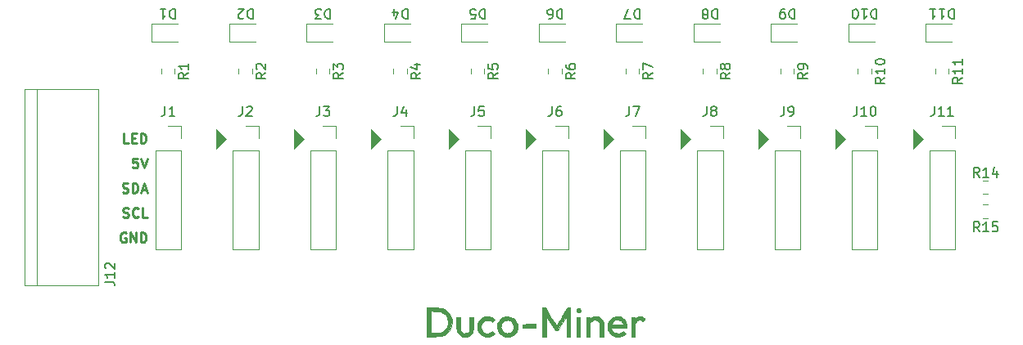
<source format=gbr>
G04 #@! TF.GenerationSoftware,KiCad,Pcbnew,7.0.6*
G04 #@! TF.CreationDate,2023-11-12T09:35:53+05:30*
G04 #@! TF.ProjectId,Common-Miner-Baseboard,436f6d6d-6f6e-42d4-9d69-6e65722d4261,rev?*
G04 #@! TF.SameCoordinates,Original*
G04 #@! TF.FileFunction,Legend,Top*
G04 #@! TF.FilePolarity,Positive*
%FSLAX46Y46*%
G04 Gerber Fmt 4.6, Leading zero omitted, Abs format (unit mm)*
G04 Created by KiCad (PCBNEW 7.0.6) date 2023-11-12 09:35:53*
%MOMM*%
%LPD*%
G01*
G04 APERTURE LIST*
%ADD10C,0.100000*%
%ADD11C,0.250000*%
%ADD12C,0.150000*%
%ADD13C,0.120000*%
%ADD14C,0.010000*%
G04 APERTURE END LIST*
D10*
X120000000Y-60000000D02*
X119000000Y-61000000D01*
X119000000Y-59000000D01*
X120000000Y-60000000D01*
G36*
X120000000Y-60000000D02*
G01*
X119000000Y-61000000D01*
X119000000Y-59000000D01*
X120000000Y-60000000D01*
G37*
X56000000Y-60000000D02*
X55000000Y-61000000D01*
X55000000Y-59000000D01*
X56000000Y-60000000D01*
G36*
X56000000Y-60000000D02*
G01*
X55000000Y-61000000D01*
X55000000Y-59000000D01*
X56000000Y-60000000D01*
G37*
X88000000Y-60000000D02*
X87000000Y-61000000D01*
X87000000Y-59000000D01*
X88000000Y-60000000D01*
G36*
X88000000Y-60000000D02*
G01*
X87000000Y-61000000D01*
X87000000Y-59000000D01*
X88000000Y-60000000D01*
G37*
X96000000Y-60000000D02*
X95000000Y-61000000D01*
X95000000Y-59000000D01*
X96000000Y-60000000D01*
G36*
X96000000Y-60000000D02*
G01*
X95000000Y-61000000D01*
X95000000Y-59000000D01*
X96000000Y-60000000D01*
G37*
X80000000Y-60000000D02*
X79000000Y-61000000D01*
X79000000Y-59000000D01*
X80000000Y-60000000D01*
G36*
X80000000Y-60000000D02*
G01*
X79000000Y-61000000D01*
X79000000Y-59000000D01*
X80000000Y-60000000D01*
G37*
X104000000Y-60000000D02*
X103000000Y-61000000D01*
X103000000Y-59000000D01*
X104000000Y-60000000D01*
G36*
X104000000Y-60000000D02*
G01*
X103000000Y-61000000D01*
X103000000Y-59000000D01*
X104000000Y-60000000D01*
G37*
X64000000Y-60000000D02*
X63000000Y-61000000D01*
X63000000Y-59000000D01*
X64000000Y-60000000D01*
G36*
X64000000Y-60000000D02*
G01*
X63000000Y-61000000D01*
X63000000Y-59000000D01*
X64000000Y-60000000D01*
G37*
X48000000Y-60000000D02*
X47000000Y-61000000D01*
X47000000Y-59000000D01*
X48000000Y-60000000D01*
G36*
X48000000Y-60000000D02*
G01*
X47000000Y-61000000D01*
X47000000Y-59000000D01*
X48000000Y-60000000D01*
G37*
X72000000Y-60000000D02*
X71000000Y-61000000D01*
X71000000Y-59000000D01*
X72000000Y-60000000D01*
G36*
X72000000Y-60000000D02*
G01*
X71000000Y-61000000D01*
X71000000Y-59000000D01*
X72000000Y-60000000D01*
G37*
X112000000Y-60000000D02*
X111000000Y-61000000D01*
X111000000Y-59000000D01*
X112000000Y-60000000D01*
G36*
X112000000Y-60000000D02*
G01*
X111000000Y-61000000D01*
X111000000Y-59000000D01*
X112000000Y-60000000D01*
G37*
D11*
X37619047Y-69747238D02*
X37523809Y-69699619D01*
X37523809Y-69699619D02*
X37380952Y-69699619D01*
X37380952Y-69699619D02*
X37238095Y-69747238D01*
X37238095Y-69747238D02*
X37142857Y-69842476D01*
X37142857Y-69842476D02*
X37095238Y-69937714D01*
X37095238Y-69937714D02*
X37047619Y-70128190D01*
X37047619Y-70128190D02*
X37047619Y-70271047D01*
X37047619Y-70271047D02*
X37095238Y-70461523D01*
X37095238Y-70461523D02*
X37142857Y-70556761D01*
X37142857Y-70556761D02*
X37238095Y-70652000D01*
X37238095Y-70652000D02*
X37380952Y-70699619D01*
X37380952Y-70699619D02*
X37476190Y-70699619D01*
X37476190Y-70699619D02*
X37619047Y-70652000D01*
X37619047Y-70652000D02*
X37666666Y-70604380D01*
X37666666Y-70604380D02*
X37666666Y-70271047D01*
X37666666Y-70271047D02*
X37476190Y-70271047D01*
X38095238Y-70699619D02*
X38095238Y-69699619D01*
X38095238Y-69699619D02*
X38666666Y-70699619D01*
X38666666Y-70699619D02*
X38666666Y-69699619D01*
X39142857Y-70699619D02*
X39142857Y-69699619D01*
X39142857Y-69699619D02*
X39380952Y-69699619D01*
X39380952Y-69699619D02*
X39523809Y-69747238D01*
X39523809Y-69747238D02*
X39619047Y-69842476D01*
X39619047Y-69842476D02*
X39666666Y-69937714D01*
X39666666Y-69937714D02*
X39714285Y-70128190D01*
X39714285Y-70128190D02*
X39714285Y-70271047D01*
X39714285Y-70271047D02*
X39666666Y-70461523D01*
X39666666Y-70461523D02*
X39619047Y-70556761D01*
X39619047Y-70556761D02*
X39523809Y-70652000D01*
X39523809Y-70652000D02*
X39380952Y-70699619D01*
X39380952Y-70699619D02*
X39142857Y-70699619D01*
X37285714Y-65527000D02*
X37428571Y-65574619D01*
X37428571Y-65574619D02*
X37666666Y-65574619D01*
X37666666Y-65574619D02*
X37761904Y-65527000D01*
X37761904Y-65527000D02*
X37809523Y-65479380D01*
X37809523Y-65479380D02*
X37857142Y-65384142D01*
X37857142Y-65384142D02*
X37857142Y-65288904D01*
X37857142Y-65288904D02*
X37809523Y-65193666D01*
X37809523Y-65193666D02*
X37761904Y-65146047D01*
X37761904Y-65146047D02*
X37666666Y-65098428D01*
X37666666Y-65098428D02*
X37476190Y-65050809D01*
X37476190Y-65050809D02*
X37380952Y-65003190D01*
X37380952Y-65003190D02*
X37333333Y-64955571D01*
X37333333Y-64955571D02*
X37285714Y-64860333D01*
X37285714Y-64860333D02*
X37285714Y-64765095D01*
X37285714Y-64765095D02*
X37333333Y-64669857D01*
X37333333Y-64669857D02*
X37380952Y-64622238D01*
X37380952Y-64622238D02*
X37476190Y-64574619D01*
X37476190Y-64574619D02*
X37714285Y-64574619D01*
X37714285Y-64574619D02*
X37857142Y-64622238D01*
X38285714Y-65574619D02*
X38285714Y-64574619D01*
X38285714Y-64574619D02*
X38523809Y-64574619D01*
X38523809Y-64574619D02*
X38666666Y-64622238D01*
X38666666Y-64622238D02*
X38761904Y-64717476D01*
X38761904Y-64717476D02*
X38809523Y-64812714D01*
X38809523Y-64812714D02*
X38857142Y-65003190D01*
X38857142Y-65003190D02*
X38857142Y-65146047D01*
X38857142Y-65146047D02*
X38809523Y-65336523D01*
X38809523Y-65336523D02*
X38761904Y-65431761D01*
X38761904Y-65431761D02*
X38666666Y-65527000D01*
X38666666Y-65527000D02*
X38523809Y-65574619D01*
X38523809Y-65574619D02*
X38285714Y-65574619D01*
X39238095Y-65288904D02*
X39714285Y-65288904D01*
X39142857Y-65574619D02*
X39476190Y-64574619D01*
X39476190Y-64574619D02*
X39809523Y-65574619D01*
X38809523Y-62012119D02*
X38333333Y-62012119D01*
X38333333Y-62012119D02*
X38285714Y-62488309D01*
X38285714Y-62488309D02*
X38333333Y-62440690D01*
X38333333Y-62440690D02*
X38428571Y-62393071D01*
X38428571Y-62393071D02*
X38666666Y-62393071D01*
X38666666Y-62393071D02*
X38761904Y-62440690D01*
X38761904Y-62440690D02*
X38809523Y-62488309D01*
X38809523Y-62488309D02*
X38857142Y-62583547D01*
X38857142Y-62583547D02*
X38857142Y-62821642D01*
X38857142Y-62821642D02*
X38809523Y-62916880D01*
X38809523Y-62916880D02*
X38761904Y-62964500D01*
X38761904Y-62964500D02*
X38666666Y-63012119D01*
X38666666Y-63012119D02*
X38428571Y-63012119D01*
X38428571Y-63012119D02*
X38333333Y-62964500D01*
X38333333Y-62964500D02*
X38285714Y-62916880D01*
X39142857Y-62012119D02*
X39476190Y-63012119D01*
X39476190Y-63012119D02*
X39809523Y-62012119D01*
X37333333Y-68089500D02*
X37476190Y-68137119D01*
X37476190Y-68137119D02*
X37714285Y-68137119D01*
X37714285Y-68137119D02*
X37809523Y-68089500D01*
X37809523Y-68089500D02*
X37857142Y-68041880D01*
X37857142Y-68041880D02*
X37904761Y-67946642D01*
X37904761Y-67946642D02*
X37904761Y-67851404D01*
X37904761Y-67851404D02*
X37857142Y-67756166D01*
X37857142Y-67756166D02*
X37809523Y-67708547D01*
X37809523Y-67708547D02*
X37714285Y-67660928D01*
X37714285Y-67660928D02*
X37523809Y-67613309D01*
X37523809Y-67613309D02*
X37428571Y-67565690D01*
X37428571Y-67565690D02*
X37380952Y-67518071D01*
X37380952Y-67518071D02*
X37333333Y-67422833D01*
X37333333Y-67422833D02*
X37333333Y-67327595D01*
X37333333Y-67327595D02*
X37380952Y-67232357D01*
X37380952Y-67232357D02*
X37428571Y-67184738D01*
X37428571Y-67184738D02*
X37523809Y-67137119D01*
X37523809Y-67137119D02*
X37761904Y-67137119D01*
X37761904Y-67137119D02*
X37904761Y-67184738D01*
X38904761Y-68041880D02*
X38857142Y-68089500D01*
X38857142Y-68089500D02*
X38714285Y-68137119D01*
X38714285Y-68137119D02*
X38619047Y-68137119D01*
X38619047Y-68137119D02*
X38476190Y-68089500D01*
X38476190Y-68089500D02*
X38380952Y-67994261D01*
X38380952Y-67994261D02*
X38333333Y-67899023D01*
X38333333Y-67899023D02*
X38285714Y-67708547D01*
X38285714Y-67708547D02*
X38285714Y-67565690D01*
X38285714Y-67565690D02*
X38333333Y-67375214D01*
X38333333Y-67375214D02*
X38380952Y-67279976D01*
X38380952Y-67279976D02*
X38476190Y-67184738D01*
X38476190Y-67184738D02*
X38619047Y-67137119D01*
X38619047Y-67137119D02*
X38714285Y-67137119D01*
X38714285Y-67137119D02*
X38857142Y-67184738D01*
X38857142Y-67184738D02*
X38904761Y-67232357D01*
X39809523Y-68137119D02*
X39333333Y-68137119D01*
X39333333Y-68137119D02*
X39333333Y-67137119D01*
X37904761Y-60449619D02*
X37428571Y-60449619D01*
X37428571Y-60449619D02*
X37428571Y-59449619D01*
X38238095Y-59925809D02*
X38571428Y-59925809D01*
X38714285Y-60449619D02*
X38238095Y-60449619D01*
X38238095Y-60449619D02*
X38238095Y-59449619D01*
X38238095Y-59449619D02*
X38714285Y-59449619D01*
X39142857Y-60449619D02*
X39142857Y-59449619D01*
X39142857Y-59449619D02*
X39380952Y-59449619D01*
X39380952Y-59449619D02*
X39523809Y-59497238D01*
X39523809Y-59497238D02*
X39619047Y-59592476D01*
X39619047Y-59592476D02*
X39666666Y-59687714D01*
X39666666Y-59687714D02*
X39714285Y-59878190D01*
X39714285Y-59878190D02*
X39714285Y-60021047D01*
X39714285Y-60021047D02*
X39666666Y-60211523D01*
X39666666Y-60211523D02*
X39619047Y-60306761D01*
X39619047Y-60306761D02*
X39523809Y-60402000D01*
X39523809Y-60402000D02*
X39380952Y-60449619D01*
X39380952Y-60449619D02*
X39142857Y-60449619D01*
D12*
X50738094Y-46545180D02*
X50738094Y-47545180D01*
X50738094Y-47545180D02*
X50499999Y-47545180D01*
X50499999Y-47545180D02*
X50357142Y-47497561D01*
X50357142Y-47497561D02*
X50261904Y-47402323D01*
X50261904Y-47402323D02*
X50214285Y-47307085D01*
X50214285Y-47307085D02*
X50166666Y-47116609D01*
X50166666Y-47116609D02*
X50166666Y-46973752D01*
X50166666Y-46973752D02*
X50214285Y-46783276D01*
X50214285Y-46783276D02*
X50261904Y-46688038D01*
X50261904Y-46688038D02*
X50357142Y-46592800D01*
X50357142Y-46592800D02*
X50499999Y-46545180D01*
X50499999Y-46545180D02*
X50738094Y-46545180D01*
X49785713Y-47449942D02*
X49738094Y-47497561D01*
X49738094Y-47497561D02*
X49642856Y-47545180D01*
X49642856Y-47545180D02*
X49404761Y-47545180D01*
X49404761Y-47545180D02*
X49309523Y-47497561D01*
X49309523Y-47497561D02*
X49261904Y-47449942D01*
X49261904Y-47449942D02*
X49214285Y-47354704D01*
X49214285Y-47354704D02*
X49214285Y-47259466D01*
X49214285Y-47259466D02*
X49261904Y-47116609D01*
X49261904Y-47116609D02*
X49833332Y-46545180D01*
X49833332Y-46545180D02*
X49214285Y-46545180D01*
X58733094Y-46545180D02*
X58733094Y-47545180D01*
X58733094Y-47545180D02*
X58494999Y-47545180D01*
X58494999Y-47545180D02*
X58352142Y-47497561D01*
X58352142Y-47497561D02*
X58256904Y-47402323D01*
X58256904Y-47402323D02*
X58209285Y-47307085D01*
X58209285Y-47307085D02*
X58161666Y-47116609D01*
X58161666Y-47116609D02*
X58161666Y-46973752D01*
X58161666Y-46973752D02*
X58209285Y-46783276D01*
X58209285Y-46783276D02*
X58256904Y-46688038D01*
X58256904Y-46688038D02*
X58352142Y-46592800D01*
X58352142Y-46592800D02*
X58494999Y-46545180D01*
X58494999Y-46545180D02*
X58733094Y-46545180D01*
X57828332Y-47545180D02*
X57209285Y-47545180D01*
X57209285Y-47545180D02*
X57542618Y-47164228D01*
X57542618Y-47164228D02*
X57399761Y-47164228D01*
X57399761Y-47164228D02*
X57304523Y-47116609D01*
X57304523Y-47116609D02*
X57256904Y-47068990D01*
X57256904Y-47068990D02*
X57209285Y-46973752D01*
X57209285Y-46973752D02*
X57209285Y-46735657D01*
X57209285Y-46735657D02*
X57256904Y-46640419D01*
X57256904Y-46640419D02*
X57304523Y-46592800D01*
X57304523Y-46592800D02*
X57399761Y-46545180D01*
X57399761Y-46545180D02*
X57685475Y-46545180D01*
X57685475Y-46545180D02*
X57780713Y-46592800D01*
X57780713Y-46592800D02*
X57828332Y-46640419D01*
X66733094Y-46545180D02*
X66733094Y-47545180D01*
X66733094Y-47545180D02*
X66494999Y-47545180D01*
X66494999Y-47545180D02*
X66352142Y-47497561D01*
X66352142Y-47497561D02*
X66256904Y-47402323D01*
X66256904Y-47402323D02*
X66209285Y-47307085D01*
X66209285Y-47307085D02*
X66161666Y-47116609D01*
X66161666Y-47116609D02*
X66161666Y-46973752D01*
X66161666Y-46973752D02*
X66209285Y-46783276D01*
X66209285Y-46783276D02*
X66256904Y-46688038D01*
X66256904Y-46688038D02*
X66352142Y-46592800D01*
X66352142Y-46592800D02*
X66494999Y-46545180D01*
X66494999Y-46545180D02*
X66733094Y-46545180D01*
X65304523Y-47211847D02*
X65304523Y-46545180D01*
X65542618Y-47592800D02*
X65780713Y-46878514D01*
X65780713Y-46878514D02*
X65161666Y-46878514D01*
X74738094Y-46545180D02*
X74738094Y-47545180D01*
X74738094Y-47545180D02*
X74499999Y-47545180D01*
X74499999Y-47545180D02*
X74357142Y-47497561D01*
X74357142Y-47497561D02*
X74261904Y-47402323D01*
X74261904Y-47402323D02*
X74214285Y-47307085D01*
X74214285Y-47307085D02*
X74166666Y-47116609D01*
X74166666Y-47116609D02*
X74166666Y-46973752D01*
X74166666Y-46973752D02*
X74214285Y-46783276D01*
X74214285Y-46783276D02*
X74261904Y-46688038D01*
X74261904Y-46688038D02*
X74357142Y-46592800D01*
X74357142Y-46592800D02*
X74499999Y-46545180D01*
X74499999Y-46545180D02*
X74738094Y-46545180D01*
X73261904Y-47545180D02*
X73738094Y-47545180D01*
X73738094Y-47545180D02*
X73785713Y-47068990D01*
X73785713Y-47068990D02*
X73738094Y-47116609D01*
X73738094Y-47116609D02*
X73642856Y-47164228D01*
X73642856Y-47164228D02*
X73404761Y-47164228D01*
X73404761Y-47164228D02*
X73309523Y-47116609D01*
X73309523Y-47116609D02*
X73261904Y-47068990D01*
X73261904Y-47068990D02*
X73214285Y-46973752D01*
X73214285Y-46973752D02*
X73214285Y-46735657D01*
X73214285Y-46735657D02*
X73261904Y-46640419D01*
X73261904Y-46640419D02*
X73309523Y-46592800D01*
X73309523Y-46592800D02*
X73404761Y-46545180D01*
X73404761Y-46545180D02*
X73642856Y-46545180D01*
X73642856Y-46545180D02*
X73738094Y-46592800D01*
X73738094Y-46592800D02*
X73785713Y-46640419D01*
X82733094Y-46545180D02*
X82733094Y-47545180D01*
X82733094Y-47545180D02*
X82494999Y-47545180D01*
X82494999Y-47545180D02*
X82352142Y-47497561D01*
X82352142Y-47497561D02*
X82256904Y-47402323D01*
X82256904Y-47402323D02*
X82209285Y-47307085D01*
X82209285Y-47307085D02*
X82161666Y-47116609D01*
X82161666Y-47116609D02*
X82161666Y-46973752D01*
X82161666Y-46973752D02*
X82209285Y-46783276D01*
X82209285Y-46783276D02*
X82256904Y-46688038D01*
X82256904Y-46688038D02*
X82352142Y-46592800D01*
X82352142Y-46592800D02*
X82494999Y-46545180D01*
X82494999Y-46545180D02*
X82733094Y-46545180D01*
X81304523Y-47545180D02*
X81494999Y-47545180D01*
X81494999Y-47545180D02*
X81590237Y-47497561D01*
X81590237Y-47497561D02*
X81637856Y-47449942D01*
X81637856Y-47449942D02*
X81733094Y-47307085D01*
X81733094Y-47307085D02*
X81780713Y-47116609D01*
X81780713Y-47116609D02*
X81780713Y-46735657D01*
X81780713Y-46735657D02*
X81733094Y-46640419D01*
X81733094Y-46640419D02*
X81685475Y-46592800D01*
X81685475Y-46592800D02*
X81590237Y-46545180D01*
X81590237Y-46545180D02*
X81399761Y-46545180D01*
X81399761Y-46545180D02*
X81304523Y-46592800D01*
X81304523Y-46592800D02*
X81256904Y-46640419D01*
X81256904Y-46640419D02*
X81209285Y-46735657D01*
X81209285Y-46735657D02*
X81209285Y-46973752D01*
X81209285Y-46973752D02*
X81256904Y-47068990D01*
X81256904Y-47068990D02*
X81304523Y-47116609D01*
X81304523Y-47116609D02*
X81399761Y-47164228D01*
X81399761Y-47164228D02*
X81590237Y-47164228D01*
X81590237Y-47164228D02*
X81685475Y-47116609D01*
X81685475Y-47116609D02*
X81733094Y-47068990D01*
X81733094Y-47068990D02*
X81780713Y-46973752D01*
X90733094Y-46545180D02*
X90733094Y-47545180D01*
X90733094Y-47545180D02*
X90494999Y-47545180D01*
X90494999Y-47545180D02*
X90352142Y-47497561D01*
X90352142Y-47497561D02*
X90256904Y-47402323D01*
X90256904Y-47402323D02*
X90209285Y-47307085D01*
X90209285Y-47307085D02*
X90161666Y-47116609D01*
X90161666Y-47116609D02*
X90161666Y-46973752D01*
X90161666Y-46973752D02*
X90209285Y-46783276D01*
X90209285Y-46783276D02*
X90256904Y-46688038D01*
X90256904Y-46688038D02*
X90352142Y-46592800D01*
X90352142Y-46592800D02*
X90494999Y-46545180D01*
X90494999Y-46545180D02*
X90733094Y-46545180D01*
X89828332Y-47545180D02*
X89161666Y-47545180D01*
X89161666Y-47545180D02*
X89590237Y-46545180D01*
X98738094Y-46545180D02*
X98738094Y-47545180D01*
X98738094Y-47545180D02*
X98499999Y-47545180D01*
X98499999Y-47545180D02*
X98357142Y-47497561D01*
X98357142Y-47497561D02*
X98261904Y-47402323D01*
X98261904Y-47402323D02*
X98214285Y-47307085D01*
X98214285Y-47307085D02*
X98166666Y-47116609D01*
X98166666Y-47116609D02*
X98166666Y-46973752D01*
X98166666Y-46973752D02*
X98214285Y-46783276D01*
X98214285Y-46783276D02*
X98261904Y-46688038D01*
X98261904Y-46688038D02*
X98357142Y-46592800D01*
X98357142Y-46592800D02*
X98499999Y-46545180D01*
X98499999Y-46545180D02*
X98738094Y-46545180D01*
X97595237Y-47116609D02*
X97690475Y-47164228D01*
X97690475Y-47164228D02*
X97738094Y-47211847D01*
X97738094Y-47211847D02*
X97785713Y-47307085D01*
X97785713Y-47307085D02*
X97785713Y-47354704D01*
X97785713Y-47354704D02*
X97738094Y-47449942D01*
X97738094Y-47449942D02*
X97690475Y-47497561D01*
X97690475Y-47497561D02*
X97595237Y-47545180D01*
X97595237Y-47545180D02*
X97404761Y-47545180D01*
X97404761Y-47545180D02*
X97309523Y-47497561D01*
X97309523Y-47497561D02*
X97261904Y-47449942D01*
X97261904Y-47449942D02*
X97214285Y-47354704D01*
X97214285Y-47354704D02*
X97214285Y-47307085D01*
X97214285Y-47307085D02*
X97261904Y-47211847D01*
X97261904Y-47211847D02*
X97309523Y-47164228D01*
X97309523Y-47164228D02*
X97404761Y-47116609D01*
X97404761Y-47116609D02*
X97595237Y-47116609D01*
X97595237Y-47116609D02*
X97690475Y-47068990D01*
X97690475Y-47068990D02*
X97738094Y-47021371D01*
X97738094Y-47021371D02*
X97785713Y-46926133D01*
X97785713Y-46926133D02*
X97785713Y-46735657D01*
X97785713Y-46735657D02*
X97738094Y-46640419D01*
X97738094Y-46640419D02*
X97690475Y-46592800D01*
X97690475Y-46592800D02*
X97595237Y-46545180D01*
X97595237Y-46545180D02*
X97404761Y-46545180D01*
X97404761Y-46545180D02*
X97309523Y-46592800D01*
X97309523Y-46592800D02*
X97261904Y-46640419D01*
X97261904Y-46640419D02*
X97214285Y-46735657D01*
X97214285Y-46735657D02*
X97214285Y-46926133D01*
X97214285Y-46926133D02*
X97261904Y-47021371D01*
X97261904Y-47021371D02*
X97309523Y-47068990D01*
X97309523Y-47068990D02*
X97404761Y-47116609D01*
X106738094Y-46545180D02*
X106738094Y-47545180D01*
X106738094Y-47545180D02*
X106499999Y-47545180D01*
X106499999Y-47545180D02*
X106357142Y-47497561D01*
X106357142Y-47497561D02*
X106261904Y-47402323D01*
X106261904Y-47402323D02*
X106214285Y-47307085D01*
X106214285Y-47307085D02*
X106166666Y-47116609D01*
X106166666Y-47116609D02*
X106166666Y-46973752D01*
X106166666Y-46973752D02*
X106214285Y-46783276D01*
X106214285Y-46783276D02*
X106261904Y-46688038D01*
X106261904Y-46688038D02*
X106357142Y-46592800D01*
X106357142Y-46592800D02*
X106499999Y-46545180D01*
X106499999Y-46545180D02*
X106738094Y-46545180D01*
X105690475Y-46545180D02*
X105499999Y-46545180D01*
X105499999Y-46545180D02*
X105404761Y-46592800D01*
X105404761Y-46592800D02*
X105357142Y-46640419D01*
X105357142Y-46640419D02*
X105261904Y-46783276D01*
X105261904Y-46783276D02*
X105214285Y-46973752D01*
X105214285Y-46973752D02*
X105214285Y-47354704D01*
X105214285Y-47354704D02*
X105261904Y-47449942D01*
X105261904Y-47449942D02*
X105309523Y-47497561D01*
X105309523Y-47497561D02*
X105404761Y-47545180D01*
X105404761Y-47545180D02*
X105595237Y-47545180D01*
X105595237Y-47545180D02*
X105690475Y-47497561D01*
X105690475Y-47497561D02*
X105738094Y-47449942D01*
X105738094Y-47449942D02*
X105785713Y-47354704D01*
X105785713Y-47354704D02*
X105785713Y-47116609D01*
X105785713Y-47116609D02*
X105738094Y-47021371D01*
X105738094Y-47021371D02*
X105690475Y-46973752D01*
X105690475Y-46973752D02*
X105595237Y-46926133D01*
X105595237Y-46926133D02*
X105404761Y-46926133D01*
X105404761Y-46926133D02*
X105309523Y-46973752D01*
X105309523Y-46973752D02*
X105261904Y-47021371D01*
X105261904Y-47021371D02*
X105214285Y-47116609D01*
X115209285Y-46545180D02*
X115209285Y-47545180D01*
X115209285Y-47545180D02*
X114971190Y-47545180D01*
X114971190Y-47545180D02*
X114828333Y-47497561D01*
X114828333Y-47497561D02*
X114733095Y-47402323D01*
X114733095Y-47402323D02*
X114685476Y-47307085D01*
X114685476Y-47307085D02*
X114637857Y-47116609D01*
X114637857Y-47116609D02*
X114637857Y-46973752D01*
X114637857Y-46973752D02*
X114685476Y-46783276D01*
X114685476Y-46783276D02*
X114733095Y-46688038D01*
X114733095Y-46688038D02*
X114828333Y-46592800D01*
X114828333Y-46592800D02*
X114971190Y-46545180D01*
X114971190Y-46545180D02*
X115209285Y-46545180D01*
X113685476Y-46545180D02*
X114256904Y-46545180D01*
X113971190Y-46545180D02*
X113971190Y-47545180D01*
X113971190Y-47545180D02*
X114066428Y-47402323D01*
X114066428Y-47402323D02*
X114161666Y-47307085D01*
X114161666Y-47307085D02*
X114256904Y-47259466D01*
X113066428Y-47545180D02*
X112971190Y-47545180D01*
X112971190Y-47545180D02*
X112875952Y-47497561D01*
X112875952Y-47497561D02*
X112828333Y-47449942D01*
X112828333Y-47449942D02*
X112780714Y-47354704D01*
X112780714Y-47354704D02*
X112733095Y-47164228D01*
X112733095Y-47164228D02*
X112733095Y-46926133D01*
X112733095Y-46926133D02*
X112780714Y-46735657D01*
X112780714Y-46735657D02*
X112828333Y-46640419D01*
X112828333Y-46640419D02*
X112875952Y-46592800D01*
X112875952Y-46592800D02*
X112971190Y-46545180D01*
X112971190Y-46545180D02*
X113066428Y-46545180D01*
X113066428Y-46545180D02*
X113161666Y-46592800D01*
X113161666Y-46592800D02*
X113209285Y-46640419D01*
X113209285Y-46640419D02*
X113256904Y-46735657D01*
X113256904Y-46735657D02*
X113304523Y-46926133D01*
X113304523Y-46926133D02*
X113304523Y-47164228D01*
X113304523Y-47164228D02*
X113256904Y-47354704D01*
X113256904Y-47354704D02*
X113209285Y-47449942D01*
X113209285Y-47449942D02*
X113161666Y-47497561D01*
X113161666Y-47497561D02*
X113066428Y-47545180D01*
X123209285Y-46545180D02*
X123209285Y-47545180D01*
X123209285Y-47545180D02*
X122971190Y-47545180D01*
X122971190Y-47545180D02*
X122828333Y-47497561D01*
X122828333Y-47497561D02*
X122733095Y-47402323D01*
X122733095Y-47402323D02*
X122685476Y-47307085D01*
X122685476Y-47307085D02*
X122637857Y-47116609D01*
X122637857Y-47116609D02*
X122637857Y-46973752D01*
X122637857Y-46973752D02*
X122685476Y-46783276D01*
X122685476Y-46783276D02*
X122733095Y-46688038D01*
X122733095Y-46688038D02*
X122828333Y-46592800D01*
X122828333Y-46592800D02*
X122971190Y-46545180D01*
X122971190Y-46545180D02*
X123209285Y-46545180D01*
X121685476Y-46545180D02*
X122256904Y-46545180D01*
X121971190Y-46545180D02*
X121971190Y-47545180D01*
X121971190Y-47545180D02*
X122066428Y-47402323D01*
X122066428Y-47402323D02*
X122161666Y-47307085D01*
X122161666Y-47307085D02*
X122256904Y-47259466D01*
X120733095Y-46545180D02*
X121304523Y-46545180D01*
X121018809Y-46545180D02*
X121018809Y-47545180D01*
X121018809Y-47545180D02*
X121114047Y-47402323D01*
X121114047Y-47402323D02*
X121209285Y-47307085D01*
X121209285Y-47307085D02*
X121304523Y-47259466D01*
X49666666Y-56634819D02*
X49666666Y-57349104D01*
X49666666Y-57349104D02*
X49619047Y-57491961D01*
X49619047Y-57491961D02*
X49523809Y-57587200D01*
X49523809Y-57587200D02*
X49380952Y-57634819D01*
X49380952Y-57634819D02*
X49285714Y-57634819D01*
X50095238Y-56730057D02*
X50142857Y-56682438D01*
X50142857Y-56682438D02*
X50238095Y-56634819D01*
X50238095Y-56634819D02*
X50476190Y-56634819D01*
X50476190Y-56634819D02*
X50571428Y-56682438D01*
X50571428Y-56682438D02*
X50619047Y-56730057D01*
X50619047Y-56730057D02*
X50666666Y-56825295D01*
X50666666Y-56825295D02*
X50666666Y-56920533D01*
X50666666Y-56920533D02*
X50619047Y-57063390D01*
X50619047Y-57063390D02*
X50047619Y-57634819D01*
X50047619Y-57634819D02*
X50666666Y-57634819D01*
X57666666Y-56634819D02*
X57666666Y-57349104D01*
X57666666Y-57349104D02*
X57619047Y-57491961D01*
X57619047Y-57491961D02*
X57523809Y-57587200D01*
X57523809Y-57587200D02*
X57380952Y-57634819D01*
X57380952Y-57634819D02*
X57285714Y-57634819D01*
X58047619Y-56634819D02*
X58666666Y-56634819D01*
X58666666Y-56634819D02*
X58333333Y-57015771D01*
X58333333Y-57015771D02*
X58476190Y-57015771D01*
X58476190Y-57015771D02*
X58571428Y-57063390D01*
X58571428Y-57063390D02*
X58619047Y-57111009D01*
X58619047Y-57111009D02*
X58666666Y-57206247D01*
X58666666Y-57206247D02*
X58666666Y-57444342D01*
X58666666Y-57444342D02*
X58619047Y-57539580D01*
X58619047Y-57539580D02*
X58571428Y-57587200D01*
X58571428Y-57587200D02*
X58476190Y-57634819D01*
X58476190Y-57634819D02*
X58190476Y-57634819D01*
X58190476Y-57634819D02*
X58095238Y-57587200D01*
X58095238Y-57587200D02*
X58047619Y-57539580D01*
X65666666Y-56634819D02*
X65666666Y-57349104D01*
X65666666Y-57349104D02*
X65619047Y-57491961D01*
X65619047Y-57491961D02*
X65523809Y-57587200D01*
X65523809Y-57587200D02*
X65380952Y-57634819D01*
X65380952Y-57634819D02*
X65285714Y-57634819D01*
X66571428Y-56968152D02*
X66571428Y-57634819D01*
X66333333Y-56587200D02*
X66095238Y-57301485D01*
X66095238Y-57301485D02*
X66714285Y-57301485D01*
X73666666Y-56634819D02*
X73666666Y-57349104D01*
X73666666Y-57349104D02*
X73619047Y-57491961D01*
X73619047Y-57491961D02*
X73523809Y-57587200D01*
X73523809Y-57587200D02*
X73380952Y-57634819D01*
X73380952Y-57634819D02*
X73285714Y-57634819D01*
X74619047Y-56634819D02*
X74142857Y-56634819D01*
X74142857Y-56634819D02*
X74095238Y-57111009D01*
X74095238Y-57111009D02*
X74142857Y-57063390D01*
X74142857Y-57063390D02*
X74238095Y-57015771D01*
X74238095Y-57015771D02*
X74476190Y-57015771D01*
X74476190Y-57015771D02*
X74571428Y-57063390D01*
X74571428Y-57063390D02*
X74619047Y-57111009D01*
X74619047Y-57111009D02*
X74666666Y-57206247D01*
X74666666Y-57206247D02*
X74666666Y-57444342D01*
X74666666Y-57444342D02*
X74619047Y-57539580D01*
X74619047Y-57539580D02*
X74571428Y-57587200D01*
X74571428Y-57587200D02*
X74476190Y-57634819D01*
X74476190Y-57634819D02*
X74238095Y-57634819D01*
X74238095Y-57634819D02*
X74142857Y-57587200D01*
X74142857Y-57587200D02*
X74095238Y-57539580D01*
X81666666Y-56634819D02*
X81666666Y-57349104D01*
X81666666Y-57349104D02*
X81619047Y-57491961D01*
X81619047Y-57491961D02*
X81523809Y-57587200D01*
X81523809Y-57587200D02*
X81380952Y-57634819D01*
X81380952Y-57634819D02*
X81285714Y-57634819D01*
X82571428Y-56634819D02*
X82380952Y-56634819D01*
X82380952Y-56634819D02*
X82285714Y-56682438D01*
X82285714Y-56682438D02*
X82238095Y-56730057D01*
X82238095Y-56730057D02*
X82142857Y-56872914D01*
X82142857Y-56872914D02*
X82095238Y-57063390D01*
X82095238Y-57063390D02*
X82095238Y-57444342D01*
X82095238Y-57444342D02*
X82142857Y-57539580D01*
X82142857Y-57539580D02*
X82190476Y-57587200D01*
X82190476Y-57587200D02*
X82285714Y-57634819D01*
X82285714Y-57634819D02*
X82476190Y-57634819D01*
X82476190Y-57634819D02*
X82571428Y-57587200D01*
X82571428Y-57587200D02*
X82619047Y-57539580D01*
X82619047Y-57539580D02*
X82666666Y-57444342D01*
X82666666Y-57444342D02*
X82666666Y-57206247D01*
X82666666Y-57206247D02*
X82619047Y-57111009D01*
X82619047Y-57111009D02*
X82571428Y-57063390D01*
X82571428Y-57063390D02*
X82476190Y-57015771D01*
X82476190Y-57015771D02*
X82285714Y-57015771D01*
X82285714Y-57015771D02*
X82190476Y-57063390D01*
X82190476Y-57063390D02*
X82142857Y-57111009D01*
X82142857Y-57111009D02*
X82095238Y-57206247D01*
X89666666Y-56634819D02*
X89666666Y-57349104D01*
X89666666Y-57349104D02*
X89619047Y-57491961D01*
X89619047Y-57491961D02*
X89523809Y-57587200D01*
X89523809Y-57587200D02*
X89380952Y-57634819D01*
X89380952Y-57634819D02*
X89285714Y-57634819D01*
X90047619Y-56634819D02*
X90714285Y-56634819D01*
X90714285Y-56634819D02*
X90285714Y-57634819D01*
X105666666Y-56634819D02*
X105666666Y-57349104D01*
X105666666Y-57349104D02*
X105619047Y-57491961D01*
X105619047Y-57491961D02*
X105523809Y-57587200D01*
X105523809Y-57587200D02*
X105380952Y-57634819D01*
X105380952Y-57634819D02*
X105285714Y-57634819D01*
X106190476Y-57634819D02*
X106380952Y-57634819D01*
X106380952Y-57634819D02*
X106476190Y-57587200D01*
X106476190Y-57587200D02*
X106523809Y-57539580D01*
X106523809Y-57539580D02*
X106619047Y-57396723D01*
X106619047Y-57396723D02*
X106666666Y-57206247D01*
X106666666Y-57206247D02*
X106666666Y-56825295D01*
X106666666Y-56825295D02*
X106619047Y-56730057D01*
X106619047Y-56730057D02*
X106571428Y-56682438D01*
X106571428Y-56682438D02*
X106476190Y-56634819D01*
X106476190Y-56634819D02*
X106285714Y-56634819D01*
X106285714Y-56634819D02*
X106190476Y-56682438D01*
X106190476Y-56682438D02*
X106142857Y-56730057D01*
X106142857Y-56730057D02*
X106095238Y-56825295D01*
X106095238Y-56825295D02*
X106095238Y-57063390D01*
X106095238Y-57063390D02*
X106142857Y-57158628D01*
X106142857Y-57158628D02*
X106190476Y-57206247D01*
X106190476Y-57206247D02*
X106285714Y-57253866D01*
X106285714Y-57253866D02*
X106476190Y-57253866D01*
X106476190Y-57253866D02*
X106571428Y-57206247D01*
X106571428Y-57206247D02*
X106619047Y-57158628D01*
X106619047Y-57158628D02*
X106666666Y-57063390D01*
X113190476Y-56634819D02*
X113190476Y-57349104D01*
X113190476Y-57349104D02*
X113142857Y-57491961D01*
X113142857Y-57491961D02*
X113047619Y-57587200D01*
X113047619Y-57587200D02*
X112904762Y-57634819D01*
X112904762Y-57634819D02*
X112809524Y-57634819D01*
X114190476Y-57634819D02*
X113619048Y-57634819D01*
X113904762Y-57634819D02*
X113904762Y-56634819D01*
X113904762Y-56634819D02*
X113809524Y-56777676D01*
X113809524Y-56777676D02*
X113714286Y-56872914D01*
X113714286Y-56872914D02*
X113619048Y-56920533D01*
X114809524Y-56634819D02*
X114904762Y-56634819D01*
X114904762Y-56634819D02*
X115000000Y-56682438D01*
X115000000Y-56682438D02*
X115047619Y-56730057D01*
X115047619Y-56730057D02*
X115095238Y-56825295D01*
X115095238Y-56825295D02*
X115142857Y-57015771D01*
X115142857Y-57015771D02*
X115142857Y-57253866D01*
X115142857Y-57253866D02*
X115095238Y-57444342D01*
X115095238Y-57444342D02*
X115047619Y-57539580D01*
X115047619Y-57539580D02*
X115000000Y-57587200D01*
X115000000Y-57587200D02*
X114904762Y-57634819D01*
X114904762Y-57634819D02*
X114809524Y-57634819D01*
X114809524Y-57634819D02*
X114714286Y-57587200D01*
X114714286Y-57587200D02*
X114666667Y-57539580D01*
X114666667Y-57539580D02*
X114619048Y-57444342D01*
X114619048Y-57444342D02*
X114571429Y-57253866D01*
X114571429Y-57253866D02*
X114571429Y-57015771D01*
X114571429Y-57015771D02*
X114619048Y-56825295D01*
X114619048Y-56825295D02*
X114666667Y-56730057D01*
X114666667Y-56730057D02*
X114714286Y-56682438D01*
X114714286Y-56682438D02*
X114809524Y-56634819D01*
X121190476Y-56634819D02*
X121190476Y-57349104D01*
X121190476Y-57349104D02*
X121142857Y-57491961D01*
X121142857Y-57491961D02*
X121047619Y-57587200D01*
X121047619Y-57587200D02*
X120904762Y-57634819D01*
X120904762Y-57634819D02*
X120809524Y-57634819D01*
X122190476Y-57634819D02*
X121619048Y-57634819D01*
X121904762Y-57634819D02*
X121904762Y-56634819D01*
X121904762Y-56634819D02*
X121809524Y-56777676D01*
X121809524Y-56777676D02*
X121714286Y-56872914D01*
X121714286Y-56872914D02*
X121619048Y-56920533D01*
X123142857Y-57634819D02*
X122571429Y-57634819D01*
X122857143Y-57634819D02*
X122857143Y-56634819D01*
X122857143Y-56634819D02*
X122761905Y-56777676D01*
X122761905Y-56777676D02*
X122666667Y-56872914D01*
X122666667Y-56872914D02*
X122571429Y-56920533D01*
X44079819Y-53166666D02*
X43603628Y-53499999D01*
X44079819Y-53738094D02*
X43079819Y-53738094D01*
X43079819Y-53738094D02*
X43079819Y-53357142D01*
X43079819Y-53357142D02*
X43127438Y-53261904D01*
X43127438Y-53261904D02*
X43175057Y-53214285D01*
X43175057Y-53214285D02*
X43270295Y-53166666D01*
X43270295Y-53166666D02*
X43413152Y-53166666D01*
X43413152Y-53166666D02*
X43508390Y-53214285D01*
X43508390Y-53214285D02*
X43556009Y-53261904D01*
X43556009Y-53261904D02*
X43603628Y-53357142D01*
X43603628Y-53357142D02*
X43603628Y-53738094D01*
X44079819Y-52214285D02*
X44079819Y-52785713D01*
X44079819Y-52499999D02*
X43079819Y-52499999D01*
X43079819Y-52499999D02*
X43222676Y-52595237D01*
X43222676Y-52595237D02*
X43317914Y-52690475D01*
X43317914Y-52690475D02*
X43365533Y-52785713D01*
X52079819Y-53166666D02*
X51603628Y-53499999D01*
X52079819Y-53738094D02*
X51079819Y-53738094D01*
X51079819Y-53738094D02*
X51079819Y-53357142D01*
X51079819Y-53357142D02*
X51127438Y-53261904D01*
X51127438Y-53261904D02*
X51175057Y-53214285D01*
X51175057Y-53214285D02*
X51270295Y-53166666D01*
X51270295Y-53166666D02*
X51413152Y-53166666D01*
X51413152Y-53166666D02*
X51508390Y-53214285D01*
X51508390Y-53214285D02*
X51556009Y-53261904D01*
X51556009Y-53261904D02*
X51603628Y-53357142D01*
X51603628Y-53357142D02*
X51603628Y-53738094D01*
X51175057Y-52785713D02*
X51127438Y-52738094D01*
X51127438Y-52738094D02*
X51079819Y-52642856D01*
X51079819Y-52642856D02*
X51079819Y-52404761D01*
X51079819Y-52404761D02*
X51127438Y-52309523D01*
X51127438Y-52309523D02*
X51175057Y-52261904D01*
X51175057Y-52261904D02*
X51270295Y-52214285D01*
X51270295Y-52214285D02*
X51365533Y-52214285D01*
X51365533Y-52214285D02*
X51508390Y-52261904D01*
X51508390Y-52261904D02*
X52079819Y-52833332D01*
X52079819Y-52833332D02*
X52079819Y-52214285D01*
X60079819Y-53166666D02*
X59603628Y-53499999D01*
X60079819Y-53738094D02*
X59079819Y-53738094D01*
X59079819Y-53738094D02*
X59079819Y-53357142D01*
X59079819Y-53357142D02*
X59127438Y-53261904D01*
X59127438Y-53261904D02*
X59175057Y-53214285D01*
X59175057Y-53214285D02*
X59270295Y-53166666D01*
X59270295Y-53166666D02*
X59413152Y-53166666D01*
X59413152Y-53166666D02*
X59508390Y-53214285D01*
X59508390Y-53214285D02*
X59556009Y-53261904D01*
X59556009Y-53261904D02*
X59603628Y-53357142D01*
X59603628Y-53357142D02*
X59603628Y-53738094D01*
X59079819Y-52833332D02*
X59079819Y-52214285D01*
X59079819Y-52214285D02*
X59460771Y-52547618D01*
X59460771Y-52547618D02*
X59460771Y-52404761D01*
X59460771Y-52404761D02*
X59508390Y-52309523D01*
X59508390Y-52309523D02*
X59556009Y-52261904D01*
X59556009Y-52261904D02*
X59651247Y-52214285D01*
X59651247Y-52214285D02*
X59889342Y-52214285D01*
X59889342Y-52214285D02*
X59984580Y-52261904D01*
X59984580Y-52261904D02*
X60032200Y-52309523D01*
X60032200Y-52309523D02*
X60079819Y-52404761D01*
X60079819Y-52404761D02*
X60079819Y-52690475D01*
X60079819Y-52690475D02*
X60032200Y-52785713D01*
X60032200Y-52785713D02*
X59984580Y-52833332D01*
X68079819Y-53166666D02*
X67603628Y-53499999D01*
X68079819Y-53738094D02*
X67079819Y-53738094D01*
X67079819Y-53738094D02*
X67079819Y-53357142D01*
X67079819Y-53357142D02*
X67127438Y-53261904D01*
X67127438Y-53261904D02*
X67175057Y-53214285D01*
X67175057Y-53214285D02*
X67270295Y-53166666D01*
X67270295Y-53166666D02*
X67413152Y-53166666D01*
X67413152Y-53166666D02*
X67508390Y-53214285D01*
X67508390Y-53214285D02*
X67556009Y-53261904D01*
X67556009Y-53261904D02*
X67603628Y-53357142D01*
X67603628Y-53357142D02*
X67603628Y-53738094D01*
X67413152Y-52309523D02*
X68079819Y-52309523D01*
X67032200Y-52547618D02*
X67746485Y-52785713D01*
X67746485Y-52785713D02*
X67746485Y-52166666D01*
X76079819Y-53166666D02*
X75603628Y-53499999D01*
X76079819Y-53738094D02*
X75079819Y-53738094D01*
X75079819Y-53738094D02*
X75079819Y-53357142D01*
X75079819Y-53357142D02*
X75127438Y-53261904D01*
X75127438Y-53261904D02*
X75175057Y-53214285D01*
X75175057Y-53214285D02*
X75270295Y-53166666D01*
X75270295Y-53166666D02*
X75413152Y-53166666D01*
X75413152Y-53166666D02*
X75508390Y-53214285D01*
X75508390Y-53214285D02*
X75556009Y-53261904D01*
X75556009Y-53261904D02*
X75603628Y-53357142D01*
X75603628Y-53357142D02*
X75603628Y-53738094D01*
X75079819Y-52261904D02*
X75079819Y-52738094D01*
X75079819Y-52738094D02*
X75556009Y-52785713D01*
X75556009Y-52785713D02*
X75508390Y-52738094D01*
X75508390Y-52738094D02*
X75460771Y-52642856D01*
X75460771Y-52642856D02*
X75460771Y-52404761D01*
X75460771Y-52404761D02*
X75508390Y-52309523D01*
X75508390Y-52309523D02*
X75556009Y-52261904D01*
X75556009Y-52261904D02*
X75651247Y-52214285D01*
X75651247Y-52214285D02*
X75889342Y-52214285D01*
X75889342Y-52214285D02*
X75984580Y-52261904D01*
X75984580Y-52261904D02*
X76032200Y-52309523D01*
X76032200Y-52309523D02*
X76079819Y-52404761D01*
X76079819Y-52404761D02*
X76079819Y-52642856D01*
X76079819Y-52642856D02*
X76032200Y-52738094D01*
X76032200Y-52738094D02*
X75984580Y-52785713D01*
X84079819Y-53166666D02*
X83603628Y-53499999D01*
X84079819Y-53738094D02*
X83079819Y-53738094D01*
X83079819Y-53738094D02*
X83079819Y-53357142D01*
X83079819Y-53357142D02*
X83127438Y-53261904D01*
X83127438Y-53261904D02*
X83175057Y-53214285D01*
X83175057Y-53214285D02*
X83270295Y-53166666D01*
X83270295Y-53166666D02*
X83413152Y-53166666D01*
X83413152Y-53166666D02*
X83508390Y-53214285D01*
X83508390Y-53214285D02*
X83556009Y-53261904D01*
X83556009Y-53261904D02*
X83603628Y-53357142D01*
X83603628Y-53357142D02*
X83603628Y-53738094D01*
X83079819Y-52309523D02*
X83079819Y-52499999D01*
X83079819Y-52499999D02*
X83127438Y-52595237D01*
X83127438Y-52595237D02*
X83175057Y-52642856D01*
X83175057Y-52642856D02*
X83317914Y-52738094D01*
X83317914Y-52738094D02*
X83508390Y-52785713D01*
X83508390Y-52785713D02*
X83889342Y-52785713D01*
X83889342Y-52785713D02*
X83984580Y-52738094D01*
X83984580Y-52738094D02*
X84032200Y-52690475D01*
X84032200Y-52690475D02*
X84079819Y-52595237D01*
X84079819Y-52595237D02*
X84079819Y-52404761D01*
X84079819Y-52404761D02*
X84032200Y-52309523D01*
X84032200Y-52309523D02*
X83984580Y-52261904D01*
X83984580Y-52261904D02*
X83889342Y-52214285D01*
X83889342Y-52214285D02*
X83651247Y-52214285D01*
X83651247Y-52214285D02*
X83556009Y-52261904D01*
X83556009Y-52261904D02*
X83508390Y-52309523D01*
X83508390Y-52309523D02*
X83460771Y-52404761D01*
X83460771Y-52404761D02*
X83460771Y-52595237D01*
X83460771Y-52595237D02*
X83508390Y-52690475D01*
X83508390Y-52690475D02*
X83556009Y-52738094D01*
X83556009Y-52738094D02*
X83651247Y-52785713D01*
X92079819Y-53166666D02*
X91603628Y-53499999D01*
X92079819Y-53738094D02*
X91079819Y-53738094D01*
X91079819Y-53738094D02*
X91079819Y-53357142D01*
X91079819Y-53357142D02*
X91127438Y-53261904D01*
X91127438Y-53261904D02*
X91175057Y-53214285D01*
X91175057Y-53214285D02*
X91270295Y-53166666D01*
X91270295Y-53166666D02*
X91413152Y-53166666D01*
X91413152Y-53166666D02*
X91508390Y-53214285D01*
X91508390Y-53214285D02*
X91556009Y-53261904D01*
X91556009Y-53261904D02*
X91603628Y-53357142D01*
X91603628Y-53357142D02*
X91603628Y-53738094D01*
X91079819Y-52833332D02*
X91079819Y-52166666D01*
X91079819Y-52166666D02*
X92079819Y-52595237D01*
X100079819Y-53166666D02*
X99603628Y-53499999D01*
X100079819Y-53738094D02*
X99079819Y-53738094D01*
X99079819Y-53738094D02*
X99079819Y-53357142D01*
X99079819Y-53357142D02*
X99127438Y-53261904D01*
X99127438Y-53261904D02*
X99175057Y-53214285D01*
X99175057Y-53214285D02*
X99270295Y-53166666D01*
X99270295Y-53166666D02*
X99413152Y-53166666D01*
X99413152Y-53166666D02*
X99508390Y-53214285D01*
X99508390Y-53214285D02*
X99556009Y-53261904D01*
X99556009Y-53261904D02*
X99603628Y-53357142D01*
X99603628Y-53357142D02*
X99603628Y-53738094D01*
X99508390Y-52595237D02*
X99460771Y-52690475D01*
X99460771Y-52690475D02*
X99413152Y-52738094D01*
X99413152Y-52738094D02*
X99317914Y-52785713D01*
X99317914Y-52785713D02*
X99270295Y-52785713D01*
X99270295Y-52785713D02*
X99175057Y-52738094D01*
X99175057Y-52738094D02*
X99127438Y-52690475D01*
X99127438Y-52690475D02*
X99079819Y-52595237D01*
X99079819Y-52595237D02*
X99079819Y-52404761D01*
X99079819Y-52404761D02*
X99127438Y-52309523D01*
X99127438Y-52309523D02*
X99175057Y-52261904D01*
X99175057Y-52261904D02*
X99270295Y-52214285D01*
X99270295Y-52214285D02*
X99317914Y-52214285D01*
X99317914Y-52214285D02*
X99413152Y-52261904D01*
X99413152Y-52261904D02*
X99460771Y-52309523D01*
X99460771Y-52309523D02*
X99508390Y-52404761D01*
X99508390Y-52404761D02*
X99508390Y-52595237D01*
X99508390Y-52595237D02*
X99556009Y-52690475D01*
X99556009Y-52690475D02*
X99603628Y-52738094D01*
X99603628Y-52738094D02*
X99698866Y-52785713D01*
X99698866Y-52785713D02*
X99889342Y-52785713D01*
X99889342Y-52785713D02*
X99984580Y-52738094D01*
X99984580Y-52738094D02*
X100032200Y-52690475D01*
X100032200Y-52690475D02*
X100079819Y-52595237D01*
X100079819Y-52595237D02*
X100079819Y-52404761D01*
X100079819Y-52404761D02*
X100032200Y-52309523D01*
X100032200Y-52309523D02*
X99984580Y-52261904D01*
X99984580Y-52261904D02*
X99889342Y-52214285D01*
X99889342Y-52214285D02*
X99698866Y-52214285D01*
X99698866Y-52214285D02*
X99603628Y-52261904D01*
X99603628Y-52261904D02*
X99556009Y-52309523D01*
X99556009Y-52309523D02*
X99508390Y-52404761D01*
X108079819Y-53166666D02*
X107603628Y-53499999D01*
X108079819Y-53738094D02*
X107079819Y-53738094D01*
X107079819Y-53738094D02*
X107079819Y-53357142D01*
X107079819Y-53357142D02*
X107127438Y-53261904D01*
X107127438Y-53261904D02*
X107175057Y-53214285D01*
X107175057Y-53214285D02*
X107270295Y-53166666D01*
X107270295Y-53166666D02*
X107413152Y-53166666D01*
X107413152Y-53166666D02*
X107508390Y-53214285D01*
X107508390Y-53214285D02*
X107556009Y-53261904D01*
X107556009Y-53261904D02*
X107603628Y-53357142D01*
X107603628Y-53357142D02*
X107603628Y-53738094D01*
X108079819Y-52690475D02*
X108079819Y-52499999D01*
X108079819Y-52499999D02*
X108032200Y-52404761D01*
X108032200Y-52404761D02*
X107984580Y-52357142D01*
X107984580Y-52357142D02*
X107841723Y-52261904D01*
X107841723Y-52261904D02*
X107651247Y-52214285D01*
X107651247Y-52214285D02*
X107270295Y-52214285D01*
X107270295Y-52214285D02*
X107175057Y-52261904D01*
X107175057Y-52261904D02*
X107127438Y-52309523D01*
X107127438Y-52309523D02*
X107079819Y-52404761D01*
X107079819Y-52404761D02*
X107079819Y-52595237D01*
X107079819Y-52595237D02*
X107127438Y-52690475D01*
X107127438Y-52690475D02*
X107175057Y-52738094D01*
X107175057Y-52738094D02*
X107270295Y-52785713D01*
X107270295Y-52785713D02*
X107508390Y-52785713D01*
X107508390Y-52785713D02*
X107603628Y-52738094D01*
X107603628Y-52738094D02*
X107651247Y-52690475D01*
X107651247Y-52690475D02*
X107698866Y-52595237D01*
X107698866Y-52595237D02*
X107698866Y-52404761D01*
X107698866Y-52404761D02*
X107651247Y-52309523D01*
X107651247Y-52309523D02*
X107603628Y-52261904D01*
X107603628Y-52261904D02*
X107508390Y-52214285D01*
X116079819Y-53642857D02*
X115603628Y-53976190D01*
X116079819Y-54214285D02*
X115079819Y-54214285D01*
X115079819Y-54214285D02*
X115079819Y-53833333D01*
X115079819Y-53833333D02*
X115127438Y-53738095D01*
X115127438Y-53738095D02*
X115175057Y-53690476D01*
X115175057Y-53690476D02*
X115270295Y-53642857D01*
X115270295Y-53642857D02*
X115413152Y-53642857D01*
X115413152Y-53642857D02*
X115508390Y-53690476D01*
X115508390Y-53690476D02*
X115556009Y-53738095D01*
X115556009Y-53738095D02*
X115603628Y-53833333D01*
X115603628Y-53833333D02*
X115603628Y-54214285D01*
X116079819Y-52690476D02*
X116079819Y-53261904D01*
X116079819Y-52976190D02*
X115079819Y-52976190D01*
X115079819Y-52976190D02*
X115222676Y-53071428D01*
X115222676Y-53071428D02*
X115317914Y-53166666D01*
X115317914Y-53166666D02*
X115365533Y-53261904D01*
X115079819Y-52071428D02*
X115079819Y-51976190D01*
X115079819Y-51976190D02*
X115127438Y-51880952D01*
X115127438Y-51880952D02*
X115175057Y-51833333D01*
X115175057Y-51833333D02*
X115270295Y-51785714D01*
X115270295Y-51785714D02*
X115460771Y-51738095D01*
X115460771Y-51738095D02*
X115698866Y-51738095D01*
X115698866Y-51738095D02*
X115889342Y-51785714D01*
X115889342Y-51785714D02*
X115984580Y-51833333D01*
X115984580Y-51833333D02*
X116032200Y-51880952D01*
X116032200Y-51880952D02*
X116079819Y-51976190D01*
X116079819Y-51976190D02*
X116079819Y-52071428D01*
X116079819Y-52071428D02*
X116032200Y-52166666D01*
X116032200Y-52166666D02*
X115984580Y-52214285D01*
X115984580Y-52214285D02*
X115889342Y-52261904D01*
X115889342Y-52261904D02*
X115698866Y-52309523D01*
X115698866Y-52309523D02*
X115460771Y-52309523D01*
X115460771Y-52309523D02*
X115270295Y-52261904D01*
X115270295Y-52261904D02*
X115175057Y-52214285D01*
X115175057Y-52214285D02*
X115127438Y-52166666D01*
X115127438Y-52166666D02*
X115079819Y-52071428D01*
X124079819Y-53642857D02*
X123603628Y-53976190D01*
X124079819Y-54214285D02*
X123079819Y-54214285D01*
X123079819Y-54214285D02*
X123079819Y-53833333D01*
X123079819Y-53833333D02*
X123127438Y-53738095D01*
X123127438Y-53738095D02*
X123175057Y-53690476D01*
X123175057Y-53690476D02*
X123270295Y-53642857D01*
X123270295Y-53642857D02*
X123413152Y-53642857D01*
X123413152Y-53642857D02*
X123508390Y-53690476D01*
X123508390Y-53690476D02*
X123556009Y-53738095D01*
X123556009Y-53738095D02*
X123603628Y-53833333D01*
X123603628Y-53833333D02*
X123603628Y-54214285D01*
X124079819Y-52690476D02*
X124079819Y-53261904D01*
X124079819Y-52976190D02*
X123079819Y-52976190D01*
X123079819Y-52976190D02*
X123222676Y-53071428D01*
X123222676Y-53071428D02*
X123317914Y-53166666D01*
X123317914Y-53166666D02*
X123365533Y-53261904D01*
X124079819Y-51738095D02*
X124079819Y-52309523D01*
X124079819Y-52023809D02*
X123079819Y-52023809D01*
X123079819Y-52023809D02*
X123222676Y-52119047D01*
X123222676Y-52119047D02*
X123317914Y-52214285D01*
X123317914Y-52214285D02*
X123365533Y-52309523D01*
X97666666Y-56634819D02*
X97666666Y-57349104D01*
X97666666Y-57349104D02*
X97619047Y-57491961D01*
X97619047Y-57491961D02*
X97523809Y-57587200D01*
X97523809Y-57587200D02*
X97380952Y-57634819D01*
X97380952Y-57634819D02*
X97285714Y-57634819D01*
X98285714Y-57063390D02*
X98190476Y-57015771D01*
X98190476Y-57015771D02*
X98142857Y-56968152D01*
X98142857Y-56968152D02*
X98095238Y-56872914D01*
X98095238Y-56872914D02*
X98095238Y-56825295D01*
X98095238Y-56825295D02*
X98142857Y-56730057D01*
X98142857Y-56730057D02*
X98190476Y-56682438D01*
X98190476Y-56682438D02*
X98285714Y-56634819D01*
X98285714Y-56634819D02*
X98476190Y-56634819D01*
X98476190Y-56634819D02*
X98571428Y-56682438D01*
X98571428Y-56682438D02*
X98619047Y-56730057D01*
X98619047Y-56730057D02*
X98666666Y-56825295D01*
X98666666Y-56825295D02*
X98666666Y-56872914D01*
X98666666Y-56872914D02*
X98619047Y-56968152D01*
X98619047Y-56968152D02*
X98571428Y-57015771D01*
X98571428Y-57015771D02*
X98476190Y-57063390D01*
X98476190Y-57063390D02*
X98285714Y-57063390D01*
X98285714Y-57063390D02*
X98190476Y-57111009D01*
X98190476Y-57111009D02*
X98142857Y-57158628D01*
X98142857Y-57158628D02*
X98095238Y-57253866D01*
X98095238Y-57253866D02*
X98095238Y-57444342D01*
X98095238Y-57444342D02*
X98142857Y-57539580D01*
X98142857Y-57539580D02*
X98190476Y-57587200D01*
X98190476Y-57587200D02*
X98285714Y-57634819D01*
X98285714Y-57634819D02*
X98476190Y-57634819D01*
X98476190Y-57634819D02*
X98571428Y-57587200D01*
X98571428Y-57587200D02*
X98619047Y-57539580D01*
X98619047Y-57539580D02*
X98666666Y-57444342D01*
X98666666Y-57444342D02*
X98666666Y-57253866D01*
X98666666Y-57253866D02*
X98619047Y-57158628D01*
X98619047Y-57158628D02*
X98571428Y-57111009D01*
X98571428Y-57111009D02*
X98476190Y-57063390D01*
X41666666Y-56634819D02*
X41666666Y-57349104D01*
X41666666Y-57349104D02*
X41619047Y-57491961D01*
X41619047Y-57491961D02*
X41523809Y-57587200D01*
X41523809Y-57587200D02*
X41380952Y-57634819D01*
X41380952Y-57634819D02*
X41285714Y-57634819D01*
X42666666Y-57634819D02*
X42095238Y-57634819D01*
X42380952Y-57634819D02*
X42380952Y-56634819D01*
X42380952Y-56634819D02*
X42285714Y-56777676D01*
X42285714Y-56777676D02*
X42190476Y-56872914D01*
X42190476Y-56872914D02*
X42095238Y-56920533D01*
X125857142Y-63954819D02*
X125523809Y-63478628D01*
X125285714Y-63954819D02*
X125285714Y-62954819D01*
X125285714Y-62954819D02*
X125666666Y-62954819D01*
X125666666Y-62954819D02*
X125761904Y-63002438D01*
X125761904Y-63002438D02*
X125809523Y-63050057D01*
X125809523Y-63050057D02*
X125857142Y-63145295D01*
X125857142Y-63145295D02*
X125857142Y-63288152D01*
X125857142Y-63288152D02*
X125809523Y-63383390D01*
X125809523Y-63383390D02*
X125761904Y-63431009D01*
X125761904Y-63431009D02*
X125666666Y-63478628D01*
X125666666Y-63478628D02*
X125285714Y-63478628D01*
X126809523Y-63954819D02*
X126238095Y-63954819D01*
X126523809Y-63954819D02*
X126523809Y-62954819D01*
X126523809Y-62954819D02*
X126428571Y-63097676D01*
X126428571Y-63097676D02*
X126333333Y-63192914D01*
X126333333Y-63192914D02*
X126238095Y-63240533D01*
X127666666Y-63288152D02*
X127666666Y-63954819D01*
X127428571Y-62907200D02*
X127190476Y-63621485D01*
X127190476Y-63621485D02*
X127809523Y-63621485D01*
X125857142Y-69604819D02*
X125523809Y-69128628D01*
X125285714Y-69604819D02*
X125285714Y-68604819D01*
X125285714Y-68604819D02*
X125666666Y-68604819D01*
X125666666Y-68604819D02*
X125761904Y-68652438D01*
X125761904Y-68652438D02*
X125809523Y-68700057D01*
X125809523Y-68700057D02*
X125857142Y-68795295D01*
X125857142Y-68795295D02*
X125857142Y-68938152D01*
X125857142Y-68938152D02*
X125809523Y-69033390D01*
X125809523Y-69033390D02*
X125761904Y-69081009D01*
X125761904Y-69081009D02*
X125666666Y-69128628D01*
X125666666Y-69128628D02*
X125285714Y-69128628D01*
X126809523Y-69604819D02*
X126238095Y-69604819D01*
X126523809Y-69604819D02*
X126523809Y-68604819D01*
X126523809Y-68604819D02*
X126428571Y-68747676D01*
X126428571Y-68747676D02*
X126333333Y-68842914D01*
X126333333Y-68842914D02*
X126238095Y-68890533D01*
X127714285Y-68604819D02*
X127238095Y-68604819D01*
X127238095Y-68604819D02*
X127190476Y-69081009D01*
X127190476Y-69081009D02*
X127238095Y-69033390D01*
X127238095Y-69033390D02*
X127333333Y-68985771D01*
X127333333Y-68985771D02*
X127571428Y-68985771D01*
X127571428Y-68985771D02*
X127666666Y-69033390D01*
X127666666Y-69033390D02*
X127714285Y-69081009D01*
X127714285Y-69081009D02*
X127761904Y-69176247D01*
X127761904Y-69176247D02*
X127761904Y-69414342D01*
X127761904Y-69414342D02*
X127714285Y-69509580D01*
X127714285Y-69509580D02*
X127666666Y-69557200D01*
X127666666Y-69557200D02*
X127571428Y-69604819D01*
X127571428Y-69604819D02*
X127333333Y-69604819D01*
X127333333Y-69604819D02*
X127238095Y-69557200D01*
X127238095Y-69557200D02*
X127190476Y-69509580D01*
X42693094Y-46545180D02*
X42693094Y-47545180D01*
X42693094Y-47545180D02*
X42454999Y-47545180D01*
X42454999Y-47545180D02*
X42312142Y-47497561D01*
X42312142Y-47497561D02*
X42216904Y-47402323D01*
X42216904Y-47402323D02*
X42169285Y-47307085D01*
X42169285Y-47307085D02*
X42121666Y-47116609D01*
X42121666Y-47116609D02*
X42121666Y-46973752D01*
X42121666Y-46973752D02*
X42169285Y-46783276D01*
X42169285Y-46783276D02*
X42216904Y-46688038D01*
X42216904Y-46688038D02*
X42312142Y-46592800D01*
X42312142Y-46592800D02*
X42454999Y-46545180D01*
X42454999Y-46545180D02*
X42693094Y-46545180D01*
X41169285Y-46545180D02*
X41740713Y-46545180D01*
X41454999Y-46545180D02*
X41454999Y-47545180D01*
X41454999Y-47545180D02*
X41550237Y-47402323D01*
X41550237Y-47402323D02*
X41645475Y-47307085D01*
X41645475Y-47307085D02*
X41740713Y-47259466D01*
X35454819Y-74809523D02*
X36169104Y-74809523D01*
X36169104Y-74809523D02*
X36311961Y-74857142D01*
X36311961Y-74857142D02*
X36407200Y-74952380D01*
X36407200Y-74952380D02*
X36454819Y-75095237D01*
X36454819Y-75095237D02*
X36454819Y-75190475D01*
X36454819Y-73809523D02*
X36454819Y-74380951D01*
X36454819Y-74095237D02*
X35454819Y-74095237D01*
X35454819Y-74095237D02*
X35597676Y-74190475D01*
X35597676Y-74190475D02*
X35692914Y-74285713D01*
X35692914Y-74285713D02*
X35740533Y-74380951D01*
X35550057Y-73428570D02*
X35502438Y-73380951D01*
X35502438Y-73380951D02*
X35454819Y-73285713D01*
X35454819Y-73285713D02*
X35454819Y-73047618D01*
X35454819Y-73047618D02*
X35502438Y-72952380D01*
X35502438Y-72952380D02*
X35550057Y-72904761D01*
X35550057Y-72904761D02*
X35645295Y-72857142D01*
X35645295Y-72857142D02*
X35740533Y-72857142D01*
X35740533Y-72857142D02*
X35883390Y-72904761D01*
X35883390Y-72904761D02*
X36454819Y-73476189D01*
X36454819Y-73476189D02*
X36454819Y-72857142D01*
D13*
G04 #@! TO.C,D2*
X48315000Y-48040000D02*
X48315000Y-49960000D01*
X48315000Y-49960000D02*
X51000000Y-49960000D01*
X51000000Y-48040000D02*
X48315000Y-48040000D01*
G04 #@! TO.C,D3*
X56310000Y-48040000D02*
X56310000Y-49960000D01*
X56310000Y-49960000D02*
X58995000Y-49960000D01*
X58995000Y-48040000D02*
X56310000Y-48040000D01*
G04 #@! TO.C,D4*
X64310000Y-48040000D02*
X64310000Y-49960000D01*
X64310000Y-49960000D02*
X66995000Y-49960000D01*
X66995000Y-48040000D02*
X64310000Y-48040000D01*
G04 #@! TO.C,D5*
X72310000Y-48040000D02*
X72310000Y-49960000D01*
X72310000Y-49960000D02*
X74995000Y-49960000D01*
X74995000Y-48040000D02*
X72310000Y-48040000D01*
G04 #@! TO.C,D6*
X80310000Y-48040000D02*
X80310000Y-49960000D01*
X80310000Y-49960000D02*
X82995000Y-49960000D01*
X82995000Y-48040000D02*
X80310000Y-48040000D01*
G04 #@! TO.C,D7*
X88310000Y-48040000D02*
X88310000Y-49960000D01*
X88310000Y-49960000D02*
X90995000Y-49960000D01*
X90995000Y-48040000D02*
X88310000Y-48040000D01*
G04 #@! TO.C,D8*
X96310000Y-48040000D02*
X96310000Y-49960000D01*
X96310000Y-49960000D02*
X98995000Y-49960000D01*
X98995000Y-48040000D02*
X96310000Y-48040000D01*
G04 #@! TO.C,D9*
X104310000Y-48040000D02*
X104310000Y-49960000D01*
X104310000Y-49960000D02*
X106995000Y-49960000D01*
X106995000Y-48040000D02*
X104310000Y-48040000D01*
G04 #@! TO.C,D10*
X112310000Y-48040000D02*
X112310000Y-49960000D01*
X112310000Y-49960000D02*
X114995000Y-49960000D01*
X114995000Y-48040000D02*
X112310000Y-48040000D01*
G04 #@! TO.C,D11*
X120310000Y-48040000D02*
X120310000Y-49960000D01*
X120310000Y-49960000D02*
X122995000Y-49960000D01*
X122995000Y-48040000D02*
X120310000Y-48040000D01*
G04 #@! TO.C,J2*
X48670000Y-61220000D02*
X48670000Y-71440000D01*
X48670000Y-61220000D02*
X51330000Y-61220000D01*
X48670000Y-71440000D02*
X51330000Y-71440000D01*
X50000000Y-58620000D02*
X51330000Y-58620000D01*
X51330000Y-58620000D02*
X51330000Y-59950000D01*
X51330000Y-61220000D02*
X51330000Y-71440000D01*
G04 #@! TO.C,J3*
X56670000Y-61220000D02*
X56670000Y-71440000D01*
X56670000Y-61220000D02*
X59330000Y-61220000D01*
X56670000Y-71440000D02*
X59330000Y-71440000D01*
X58000000Y-58620000D02*
X59330000Y-58620000D01*
X59330000Y-58620000D02*
X59330000Y-59950000D01*
X59330000Y-61220000D02*
X59330000Y-71440000D01*
G04 #@! TO.C,J4*
X64670000Y-61220000D02*
X64670000Y-71440000D01*
X64670000Y-61220000D02*
X67330000Y-61220000D01*
X64670000Y-71440000D02*
X67330000Y-71440000D01*
X66000000Y-58620000D02*
X67330000Y-58620000D01*
X67330000Y-58620000D02*
X67330000Y-59950000D01*
X67330000Y-61220000D02*
X67330000Y-71440000D01*
G04 #@! TO.C,J5*
X72670000Y-61220000D02*
X72670000Y-71440000D01*
X72670000Y-61220000D02*
X75330000Y-61220000D01*
X72670000Y-71440000D02*
X75330000Y-71440000D01*
X74000000Y-58620000D02*
X75330000Y-58620000D01*
X75330000Y-58620000D02*
X75330000Y-59950000D01*
X75330000Y-61220000D02*
X75330000Y-71440000D01*
G04 #@! TO.C,J6*
X80670000Y-61220000D02*
X80670000Y-71440000D01*
X80670000Y-61220000D02*
X83330000Y-61220000D01*
X80670000Y-71440000D02*
X83330000Y-71440000D01*
X82000000Y-58620000D02*
X83330000Y-58620000D01*
X83330000Y-58620000D02*
X83330000Y-59950000D01*
X83330000Y-61220000D02*
X83330000Y-71440000D01*
G04 #@! TO.C,J7*
X88670000Y-61220000D02*
X88670000Y-71440000D01*
X88670000Y-61220000D02*
X91330000Y-61220000D01*
X88670000Y-71440000D02*
X91330000Y-71440000D01*
X90000000Y-58620000D02*
X91330000Y-58620000D01*
X91330000Y-58620000D02*
X91330000Y-59950000D01*
X91330000Y-61220000D02*
X91330000Y-71440000D01*
G04 #@! TO.C,J9*
X104670000Y-61220000D02*
X104670000Y-71440000D01*
X104670000Y-61220000D02*
X107330000Y-61220000D01*
X104670000Y-71440000D02*
X107330000Y-71440000D01*
X106000000Y-58620000D02*
X107330000Y-58620000D01*
X107330000Y-58620000D02*
X107330000Y-59950000D01*
X107330000Y-61220000D02*
X107330000Y-71440000D01*
G04 #@! TO.C,J10*
X112670000Y-61220000D02*
X112670000Y-71440000D01*
X112670000Y-61220000D02*
X115330000Y-61220000D01*
X112670000Y-71440000D02*
X115330000Y-71440000D01*
X114000000Y-58620000D02*
X115330000Y-58620000D01*
X115330000Y-58620000D02*
X115330000Y-59950000D01*
X115330000Y-61220000D02*
X115330000Y-71440000D01*
G04 #@! TO.C,J11*
X120670000Y-61220000D02*
X120670000Y-71440000D01*
X120670000Y-61220000D02*
X123330000Y-61220000D01*
X120670000Y-71440000D02*
X123330000Y-71440000D01*
X122000000Y-58620000D02*
X123330000Y-58620000D01*
X123330000Y-58620000D02*
X123330000Y-59950000D01*
X123330000Y-61220000D02*
X123330000Y-71440000D01*
G04 #@! TO.C,R1*
X42685000Y-52741422D02*
X42685000Y-53258578D01*
X41265000Y-52741422D02*
X41265000Y-53258578D01*
G04 #@! TO.C,R2*
X50685000Y-52741422D02*
X50685000Y-53258578D01*
X49265000Y-52741422D02*
X49265000Y-53258578D01*
G04 #@! TO.C,R3*
X58685000Y-52741422D02*
X58685000Y-53258578D01*
X57265000Y-52741422D02*
X57265000Y-53258578D01*
G04 #@! TO.C,R4*
X66685000Y-52741422D02*
X66685000Y-53258578D01*
X65265000Y-52741422D02*
X65265000Y-53258578D01*
G04 #@! TO.C,R5*
X74685000Y-52741422D02*
X74685000Y-53258578D01*
X73265000Y-52741422D02*
X73265000Y-53258578D01*
G04 #@! TO.C,R6*
X82685000Y-52741422D02*
X82685000Y-53258578D01*
X81265000Y-52741422D02*
X81265000Y-53258578D01*
G04 #@! TO.C,R7*
X90685000Y-52741422D02*
X90685000Y-53258578D01*
X89265000Y-52741422D02*
X89265000Y-53258578D01*
G04 #@! TO.C,R8*
X98685000Y-52741422D02*
X98685000Y-53258578D01*
X97265000Y-52741422D02*
X97265000Y-53258578D01*
G04 #@! TO.C,R9*
X106685000Y-52741422D02*
X106685000Y-53258578D01*
X105265000Y-52741422D02*
X105265000Y-53258578D01*
G04 #@! TO.C,R10*
X114685000Y-52741422D02*
X114685000Y-53258578D01*
X113265000Y-52741422D02*
X113265000Y-53258578D01*
G04 #@! TO.C,R11*
X122685000Y-52741422D02*
X122685000Y-53258578D01*
X121265000Y-52741422D02*
X121265000Y-53258578D01*
G04 #@! TO.C,J8*
X96670000Y-61220000D02*
X96670000Y-71440000D01*
X96670000Y-61220000D02*
X99330000Y-61220000D01*
X96670000Y-71440000D02*
X99330000Y-71440000D01*
X98000000Y-58620000D02*
X99330000Y-58620000D01*
X99330000Y-58620000D02*
X99330000Y-59950000D01*
X99330000Y-61220000D02*
X99330000Y-71440000D01*
G04 #@! TO.C,J1*
X40670000Y-61220000D02*
X40670000Y-71440000D01*
X40670000Y-61220000D02*
X43330000Y-61220000D01*
X40670000Y-71440000D02*
X43330000Y-71440000D01*
X42000000Y-58620000D02*
X43330000Y-58620000D01*
X43330000Y-58620000D02*
X43330000Y-59950000D01*
X43330000Y-61220000D02*
X43330000Y-71440000D01*
G04 #@! TO.C,R14*
X126758578Y-65710000D02*
X126241422Y-65710000D01*
X126758578Y-64290000D02*
X126241422Y-64290000D01*
G04 #@! TO.C,R15*
X126758578Y-68210000D02*
X126241422Y-68210000D01*
X126758578Y-66790000D02*
X126241422Y-66790000D01*
G04 #@! TO.C,D1*
X40270000Y-48040000D02*
X40270000Y-49960000D01*
X40270000Y-49960000D02*
X42955000Y-49960000D01*
X42955000Y-48040000D02*
X40270000Y-48040000D01*
G04 #@! TO.C,J12*
X34810000Y-54840000D02*
X27190000Y-54840000D01*
X34810000Y-54840000D02*
X34810000Y-75160000D01*
X27190000Y-54840000D02*
X27190000Y-75160000D01*
X28460000Y-75160000D02*
X28460000Y-54840000D01*
X27190000Y-75160000D02*
X34810000Y-75160000D01*
G04 #@! TO.C,G\u002A\u002A\u002A*
D14*
X84593296Y-80464235D02*
X84234708Y-80464235D01*
X84234708Y-78432235D01*
X84593296Y-78432235D01*
X84593296Y-80464235D01*
G36*
X84593296Y-80464235D02*
G01*
X84234708Y-80464235D01*
X84234708Y-78432235D01*
X84593296Y-78432235D01*
X84593296Y-80464235D01*
G37*
X80021296Y-79537882D02*
X78613843Y-79537882D01*
X78622805Y-79366058D01*
X78631767Y-79194235D01*
X79326532Y-79186213D01*
X80021296Y-79178192D01*
X80021296Y-79537882D01*
G36*
X80021296Y-79537882D02*
G01*
X78613843Y-79537882D01*
X78622805Y-79366058D01*
X78631767Y-79194235D01*
X79326532Y-79186213D01*
X80021296Y-79178192D01*
X80021296Y-79537882D01*
G37*
X84513165Y-77555129D02*
X84594002Y-77613589D01*
X84644066Y-77702024D01*
X84653061Y-77765968D01*
X84627808Y-77870162D01*
X84562172Y-77950752D01*
X84471337Y-77998254D01*
X84370485Y-78003185D01*
X84309414Y-77980606D01*
X84215959Y-77899585D01*
X84176353Y-77799172D01*
X84192609Y-77689519D01*
X84236877Y-77614500D01*
X84319517Y-77550094D01*
X84416641Y-77532133D01*
X84513165Y-77555129D01*
G36*
X84513165Y-77555129D02*
G01*
X84594002Y-77613589D01*
X84644066Y-77702024D01*
X84653061Y-77765968D01*
X84627808Y-77870162D01*
X84562172Y-77950752D01*
X84471337Y-77998254D01*
X84370485Y-78003185D01*
X84309414Y-77980606D01*
X84215959Y-77899585D01*
X84176353Y-77799172D01*
X84192609Y-77689519D01*
X84236877Y-77614500D01*
X84319517Y-77550094D01*
X84416641Y-77532133D01*
X84513165Y-77555129D01*
G37*
X83577296Y-80464235D02*
X83189590Y-80464235D01*
X83181737Y-79410882D01*
X83173885Y-78357529D01*
X82725649Y-79096899D01*
X82277414Y-79836269D01*
X82128002Y-79835806D01*
X81978590Y-79835342D01*
X81530355Y-79096436D01*
X81082120Y-78357529D01*
X81066414Y-80464235D01*
X80678708Y-80464235D01*
X80678708Y-77472726D01*
X80820356Y-77481833D01*
X80962003Y-77490941D01*
X81532552Y-78427798D01*
X81663121Y-78640926D01*
X81784650Y-78836865D01*
X81893526Y-79009977D01*
X81986139Y-79154621D01*
X82058876Y-79265159D01*
X82108126Y-79335951D01*
X82130275Y-79361358D01*
X82130493Y-79361359D01*
X82151769Y-79335949D01*
X82200297Y-79265065D01*
X82272449Y-79154406D01*
X82364599Y-79009669D01*
X82473119Y-78836551D01*
X82594384Y-78640750D01*
X82724766Y-78427962D01*
X82726875Y-78424502D01*
X83295865Y-77490941D01*
X83436581Y-77481833D01*
X83577296Y-77472726D01*
X83577296Y-80464235D01*
G36*
X83577296Y-80464235D02*
G01*
X83189590Y-80464235D01*
X83181737Y-79410882D01*
X83173885Y-78357529D01*
X82725649Y-79096899D01*
X82277414Y-79836269D01*
X82128002Y-79835806D01*
X81978590Y-79835342D01*
X81530355Y-79096436D01*
X81082120Y-78357529D01*
X81066414Y-80464235D01*
X80678708Y-80464235D01*
X80678708Y-77472726D01*
X80820356Y-77481833D01*
X80962003Y-77490941D01*
X81532552Y-78427798D01*
X81663121Y-78640926D01*
X81784650Y-78836865D01*
X81893526Y-79009977D01*
X81986139Y-79154621D01*
X82058876Y-79265159D01*
X82108126Y-79335951D01*
X82130275Y-79361358D01*
X82130493Y-79361359D01*
X82151769Y-79335949D01*
X82200297Y-79265065D01*
X82272449Y-79154406D01*
X82364599Y-79009669D01*
X82473119Y-78836551D01*
X82594384Y-78640750D01*
X82724766Y-78427962D01*
X82726875Y-78424502D01*
X83295865Y-77490941D01*
X83436581Y-77481833D01*
X83577296Y-77472726D01*
X83577296Y-80464235D01*
G37*
X90906058Y-78396022D02*
X91000564Y-78415880D01*
X91092341Y-78458068D01*
X91115361Y-78471242D01*
X91197199Y-78522880D01*
X91256590Y-78567110D01*
X91274233Y-78585257D01*
X91266055Y-78622596D01*
X91223624Y-78684294D01*
X91177980Y-78734555D01*
X91061465Y-78851069D01*
X90942616Y-78789090D01*
X90788188Y-78738728D01*
X90634689Y-78742144D01*
X90492284Y-78794072D01*
X90371142Y-78889244D01*
X90281430Y-79022392D01*
X90238941Y-79153650D01*
X90230998Y-79224230D01*
X90223946Y-79342725D01*
X90218222Y-79497284D01*
X90214261Y-79676060D01*
X90212497Y-79867202D01*
X90212480Y-79874058D01*
X90211179Y-80464235D01*
X89852590Y-80464235D01*
X89852590Y-78432235D01*
X90211179Y-78432235D01*
X90211179Y-78536823D01*
X90218947Y-78616090D01*
X90242161Y-78637710D01*
X90280687Y-78601610D01*
X90293453Y-78582348D01*
X90373921Y-78503214D01*
X90498282Y-78441319D01*
X90651774Y-78402434D01*
X90780644Y-78391806D01*
X90906058Y-78396022D01*
G36*
X90906058Y-78396022D02*
G01*
X91000564Y-78415880D01*
X91092341Y-78458068D01*
X91115361Y-78471242D01*
X91197199Y-78522880D01*
X91256590Y-78567110D01*
X91274233Y-78585257D01*
X91266055Y-78622596D01*
X91223624Y-78684294D01*
X91177980Y-78734555D01*
X91061465Y-78851069D01*
X90942616Y-78789090D01*
X90788188Y-78738728D01*
X90634689Y-78742144D01*
X90492284Y-78794072D01*
X90371142Y-78889244D01*
X90281430Y-79022392D01*
X90238941Y-79153650D01*
X90230998Y-79224230D01*
X90223946Y-79342725D01*
X90218222Y-79497284D01*
X90214261Y-79676060D01*
X90212497Y-79867202D01*
X90212480Y-79874058D01*
X90211179Y-80464235D01*
X89852590Y-80464235D01*
X89852590Y-78432235D01*
X90211179Y-78432235D01*
X90211179Y-78536823D01*
X90218947Y-78616090D01*
X90242161Y-78637710D01*
X90280687Y-78601610D01*
X90293453Y-78582348D01*
X90373921Y-78503214D01*
X90498282Y-78441319D01*
X90651774Y-78402434D01*
X90780644Y-78391806D01*
X90906058Y-78396022D01*
G37*
X86424378Y-78418674D02*
X86613986Y-78496760D01*
X86774554Y-78627015D01*
X86905626Y-78809155D01*
X86918545Y-78832957D01*
X86943390Y-78881323D01*
X86962595Y-78926047D01*
X86977005Y-78975501D01*
X86987465Y-79038058D01*
X86994821Y-79122091D01*
X86999919Y-79235974D01*
X87003603Y-79388081D01*
X87006719Y-79586783D01*
X87008572Y-79724647D01*
X87018365Y-80464235D01*
X86625296Y-80464235D01*
X86625296Y-79796582D01*
X86625025Y-79578992D01*
X86623706Y-79412352D01*
X86620578Y-79287848D01*
X86614881Y-79196664D01*
X86605854Y-79129986D01*
X86592738Y-79079001D01*
X86574771Y-79034893D01*
X86556485Y-78998805D01*
X86458030Y-78870176D01*
X86328808Y-78783888D01*
X86180565Y-78740277D01*
X86025046Y-78739675D01*
X85873995Y-78782417D01*
X85739157Y-78868836D01*
X85648626Y-78972980D01*
X85564473Y-79100065D01*
X85554556Y-79782150D01*
X85544640Y-80464235D01*
X85190943Y-80464235D01*
X85190943Y-78432235D01*
X85549532Y-78432235D01*
X85549532Y-78551764D01*
X85552507Y-78626652D01*
X85559940Y-78668268D01*
X85562933Y-78671294D01*
X85591150Y-78652810D01*
X85644406Y-78606950D01*
X85660051Y-78592427D01*
X85823720Y-78478603D01*
X86020617Y-78411459D01*
X86206189Y-78393039D01*
X86424378Y-78418674D01*
G36*
X86424378Y-78418674D02*
G01*
X86613986Y-78496760D01*
X86774554Y-78627015D01*
X86905626Y-78809155D01*
X86918545Y-78832957D01*
X86943390Y-78881323D01*
X86962595Y-78926047D01*
X86977005Y-78975501D01*
X86987465Y-79038058D01*
X86994821Y-79122091D01*
X86999919Y-79235974D01*
X87003603Y-79388081D01*
X87006719Y-79586783D01*
X87008572Y-79724647D01*
X87018365Y-80464235D01*
X86625296Y-80464235D01*
X86625296Y-79796582D01*
X86625025Y-79578992D01*
X86623706Y-79412352D01*
X86620578Y-79287848D01*
X86614881Y-79196664D01*
X86605854Y-79129986D01*
X86592738Y-79079001D01*
X86574771Y-79034893D01*
X86556485Y-78998805D01*
X86458030Y-78870176D01*
X86328808Y-78783888D01*
X86180565Y-78740277D01*
X86025046Y-78739675D01*
X85873995Y-78782417D01*
X85739157Y-78868836D01*
X85648626Y-78972980D01*
X85564473Y-79100065D01*
X85554556Y-79782150D01*
X85544640Y-80464235D01*
X85190943Y-80464235D01*
X85190943Y-78432235D01*
X85549532Y-78432235D01*
X85549532Y-78551764D01*
X85552507Y-78626652D01*
X85559940Y-78668268D01*
X85562933Y-78671294D01*
X85591150Y-78652810D01*
X85644406Y-78606950D01*
X85660051Y-78592427D01*
X85823720Y-78478603D01*
X86020617Y-78411459D01*
X86206189Y-78393039D01*
X86424378Y-78418674D01*
G37*
X72162237Y-79083315D02*
X72162553Y-79298387D01*
X72164016Y-79462699D01*
X72167400Y-79585252D01*
X72173477Y-79675051D01*
X72183022Y-79741097D01*
X72196808Y-79792393D01*
X72215608Y-79837942D01*
X72229473Y-79865977D01*
X72318021Y-79999216D01*
X72427509Y-80082075D01*
X72571093Y-80123433D01*
X72618960Y-80128765D01*
X72794617Y-80119685D01*
X72937772Y-80061332D01*
X73046630Y-79954634D01*
X73085441Y-79888035D01*
X73106090Y-79841438D01*
X73121673Y-79792466D01*
X73132895Y-79732224D01*
X73140462Y-79651818D01*
X73145080Y-79542353D01*
X73147455Y-79394933D01*
X73148292Y-79200663D01*
X73148355Y-79095153D01*
X73148355Y-78432235D01*
X73541566Y-78432235D01*
X73531725Y-79141941D01*
X73527434Y-79390565D01*
X73521077Y-79588092D01*
X73510903Y-79743191D01*
X73495161Y-79864529D01*
X73472100Y-79960774D01*
X73439969Y-80040592D01*
X73397018Y-80112652D01*
X73341494Y-80185621D01*
X73314285Y-80218291D01*
X73181926Y-80344528D01*
X73029084Y-80428256D01*
X72843591Y-80474827D01*
X72702205Y-80487602D01*
X72572578Y-80491597D01*
X72480535Y-80486957D01*
X72404059Y-80469500D01*
X72321135Y-80435044D01*
X72255867Y-80402825D01*
X72069260Y-80277227D01*
X71926646Y-80112854D01*
X71843276Y-79946794D01*
X71829928Y-79877284D01*
X71819418Y-79749949D01*
X71811831Y-79566664D01*
X71807257Y-79329307D01*
X71805923Y-79141941D01*
X71803649Y-78432235D01*
X72162237Y-78432235D01*
X72162237Y-79083315D01*
G36*
X72162237Y-79083315D02*
G01*
X72162553Y-79298387D01*
X72164016Y-79462699D01*
X72167400Y-79585252D01*
X72173477Y-79675051D01*
X72183022Y-79741097D01*
X72196808Y-79792393D01*
X72215608Y-79837942D01*
X72229473Y-79865977D01*
X72318021Y-79999216D01*
X72427509Y-80082075D01*
X72571093Y-80123433D01*
X72618960Y-80128765D01*
X72794617Y-80119685D01*
X72937772Y-80061332D01*
X73046630Y-79954634D01*
X73085441Y-79888035D01*
X73106090Y-79841438D01*
X73121673Y-79792466D01*
X73132895Y-79732224D01*
X73140462Y-79651818D01*
X73145080Y-79542353D01*
X73147455Y-79394933D01*
X73148292Y-79200663D01*
X73148355Y-79095153D01*
X73148355Y-78432235D01*
X73541566Y-78432235D01*
X73531725Y-79141941D01*
X73527434Y-79390565D01*
X73521077Y-79588092D01*
X73510903Y-79743191D01*
X73495161Y-79864529D01*
X73472100Y-79960774D01*
X73439969Y-80040592D01*
X73397018Y-80112652D01*
X73341494Y-80185621D01*
X73314285Y-80218291D01*
X73181926Y-80344528D01*
X73029084Y-80428256D01*
X72843591Y-80474827D01*
X72702205Y-80487602D01*
X72572578Y-80491597D01*
X72480535Y-80486957D01*
X72404059Y-80469500D01*
X72321135Y-80435044D01*
X72255867Y-80402825D01*
X72069260Y-80277227D01*
X71926646Y-80112854D01*
X71843276Y-79946794D01*
X71829928Y-79877284D01*
X71819418Y-79749949D01*
X71811831Y-79566664D01*
X71807257Y-79329307D01*
X71805923Y-79141941D01*
X71803649Y-78432235D01*
X72162237Y-78432235D01*
X72162237Y-79083315D01*
G37*
X75176526Y-78402026D02*
X75404345Y-78469983D01*
X75620560Y-78590839D01*
X75633954Y-78600525D01*
X75782331Y-78709444D01*
X75657317Y-78836824D01*
X75532303Y-78964205D01*
X75398715Y-78870043D01*
X75329779Y-78824391D01*
X75269583Y-78796491D01*
X75199815Y-78782004D01*
X75102164Y-78776593D01*
X75001197Y-78775882D01*
X74870724Y-78777436D01*
X74781792Y-78784901D01*
X74716201Y-78802487D01*
X74655752Y-78834400D01*
X74607694Y-78866856D01*
X74470696Y-78996814D01*
X74376768Y-79156728D01*
X74326918Y-79334862D01*
X74322151Y-79519484D01*
X74363477Y-79698859D01*
X74451902Y-79861254D01*
X74516046Y-79934330D01*
X74679433Y-80055218D01*
X74860876Y-80121893D01*
X75052622Y-80134043D01*
X75246917Y-80091360D01*
X75436006Y-79993533D01*
X75465870Y-79972290D01*
X75504222Y-79949604D01*
X75539082Y-79952951D01*
X75586056Y-79988784D01*
X75643322Y-80045667D01*
X75759377Y-80164518D01*
X75688165Y-80240319D01*
X75540723Y-80355327D01*
X75350200Y-80435817D01*
X75124192Y-80478954D01*
X75033359Y-80484870D01*
X74861467Y-80483640D01*
X74719115Y-80468721D01*
X74652160Y-80452815D01*
X74456929Y-80362544D01*
X74277357Y-80229813D01*
X74126727Y-80067241D01*
X74018324Y-79887447D01*
X73994726Y-79828345D01*
X73950442Y-79637853D01*
X73937653Y-79427319D01*
X73955663Y-79218906D01*
X74003778Y-79034773D01*
X74020893Y-78994128D01*
X74147722Y-78786327D01*
X74311695Y-78619530D01*
X74504686Y-78495719D01*
X74718571Y-78416877D01*
X74945226Y-78384985D01*
X75176526Y-78402026D01*
G36*
X75176526Y-78402026D02*
G01*
X75404345Y-78469983D01*
X75620560Y-78590839D01*
X75633954Y-78600525D01*
X75782331Y-78709444D01*
X75657317Y-78836824D01*
X75532303Y-78964205D01*
X75398715Y-78870043D01*
X75329779Y-78824391D01*
X75269583Y-78796491D01*
X75199815Y-78782004D01*
X75102164Y-78776593D01*
X75001197Y-78775882D01*
X74870724Y-78777436D01*
X74781792Y-78784901D01*
X74716201Y-78802487D01*
X74655752Y-78834400D01*
X74607694Y-78866856D01*
X74470696Y-78996814D01*
X74376768Y-79156728D01*
X74326918Y-79334862D01*
X74322151Y-79519484D01*
X74363477Y-79698859D01*
X74451902Y-79861254D01*
X74516046Y-79934330D01*
X74679433Y-80055218D01*
X74860876Y-80121893D01*
X75052622Y-80134043D01*
X75246917Y-80091360D01*
X75436006Y-79993533D01*
X75465870Y-79972290D01*
X75504222Y-79949604D01*
X75539082Y-79952951D01*
X75586056Y-79988784D01*
X75643322Y-80045667D01*
X75759377Y-80164518D01*
X75688165Y-80240319D01*
X75540723Y-80355327D01*
X75350200Y-80435817D01*
X75124192Y-80478954D01*
X75033359Y-80484870D01*
X74861467Y-80483640D01*
X74719115Y-80468721D01*
X74652160Y-80452815D01*
X74456929Y-80362544D01*
X74277357Y-80229813D01*
X74126727Y-80067241D01*
X74018324Y-79887447D01*
X73994726Y-79828345D01*
X73950442Y-79637853D01*
X73937653Y-79427319D01*
X73955663Y-79218906D01*
X74003778Y-79034773D01*
X74020893Y-78994128D01*
X74147722Y-78786327D01*
X74311695Y-78619530D01*
X74504686Y-78495719D01*
X74718571Y-78416877D01*
X74945226Y-78384985D01*
X75176526Y-78402026D01*
G37*
X69315943Y-77476225D02*
X69513035Y-77477890D01*
X69703612Y-77482381D01*
X69874266Y-77489169D01*
X70011591Y-77497724D01*
X70100355Y-77507223D01*
X70375325Y-77579761D01*
X70629015Y-77703393D01*
X70854313Y-77871758D01*
X71044110Y-78078497D01*
X71191296Y-78317249D01*
X71284851Y-78566705D01*
X71311624Y-78719413D01*
X71323300Y-78904530D01*
X71320083Y-79098181D01*
X71302174Y-79276491D01*
X71277858Y-79390517D01*
X71173891Y-79651310D01*
X71025638Y-79888088D01*
X70841071Y-80091032D01*
X70628163Y-80250318D01*
X70542021Y-80297095D01*
X70420388Y-80350267D01*
X70292855Y-80391434D01*
X70149916Y-80421921D01*
X69982067Y-80443051D01*
X69779803Y-80456147D01*
X69533620Y-80462535D01*
X69345826Y-80463716D01*
X68725767Y-80464235D01*
X68725767Y-80105647D01*
X69114237Y-80105647D01*
X69525120Y-80105180D01*
X69706257Y-80101819D01*
X69875576Y-80092916D01*
X70016510Y-80079619D01*
X70104761Y-80064992D01*
X70336418Y-79981143D01*
X70540711Y-79848535D01*
X70709353Y-79674292D01*
X70834059Y-79465534D01*
X70852026Y-79422748D01*
X70901323Y-79238581D01*
X70922041Y-79024791D01*
X70914277Y-78804193D01*
X70878128Y-78599600D01*
X70848163Y-78507161D01*
X70747081Y-78320969D01*
X70602176Y-78150172D01*
X70428858Y-78010158D01*
X70264488Y-77924401D01*
X70186634Y-77897155D01*
X70107074Y-77877204D01*
X70013363Y-77862992D01*
X69893060Y-77852963D01*
X69733720Y-77845563D01*
X69599826Y-77841327D01*
X69114237Y-77827571D01*
X69114237Y-80105647D01*
X68725767Y-80105647D01*
X68725767Y-77476000D01*
X69315943Y-77476225D01*
G36*
X69315943Y-77476225D02*
G01*
X69513035Y-77477890D01*
X69703612Y-77482381D01*
X69874266Y-77489169D01*
X70011591Y-77497724D01*
X70100355Y-77507223D01*
X70375325Y-77579761D01*
X70629015Y-77703393D01*
X70854313Y-77871758D01*
X71044110Y-78078497D01*
X71191296Y-78317249D01*
X71284851Y-78566705D01*
X71311624Y-78719413D01*
X71323300Y-78904530D01*
X71320083Y-79098181D01*
X71302174Y-79276491D01*
X71277858Y-79390517D01*
X71173891Y-79651310D01*
X71025638Y-79888088D01*
X70841071Y-80091032D01*
X70628163Y-80250318D01*
X70542021Y-80297095D01*
X70420388Y-80350267D01*
X70292855Y-80391434D01*
X70149916Y-80421921D01*
X69982067Y-80443051D01*
X69779803Y-80456147D01*
X69533620Y-80462535D01*
X69345826Y-80463716D01*
X68725767Y-80464235D01*
X68725767Y-80105647D01*
X69114237Y-80105647D01*
X69525120Y-80105180D01*
X69706257Y-80101819D01*
X69875576Y-80092916D01*
X70016510Y-80079619D01*
X70104761Y-80064992D01*
X70336418Y-79981143D01*
X70540711Y-79848535D01*
X70709353Y-79674292D01*
X70834059Y-79465534D01*
X70852026Y-79422748D01*
X70901323Y-79238581D01*
X70922041Y-79024791D01*
X70914277Y-78804193D01*
X70878128Y-78599600D01*
X70848163Y-78507161D01*
X70747081Y-78320969D01*
X70602176Y-78150172D01*
X70428858Y-78010158D01*
X70264488Y-77924401D01*
X70186634Y-77897155D01*
X70107074Y-77877204D01*
X70013363Y-77862992D01*
X69893060Y-77852963D01*
X69733720Y-77845563D01*
X69599826Y-77841327D01*
X69114237Y-77827571D01*
X69114237Y-80105647D01*
X68725767Y-80105647D01*
X68725767Y-77476000D01*
X69315943Y-77476225D01*
G37*
X77372166Y-78432832D02*
X77591298Y-78529267D01*
X77783747Y-78673899D01*
X77941759Y-78862905D01*
X77991090Y-78945434D01*
X78038260Y-79036421D01*
X78068152Y-79110549D01*
X78084706Y-79186571D01*
X78091863Y-79283244D01*
X78093562Y-79419322D01*
X78093581Y-79433294D01*
X78085603Y-79633957D01*
X78056865Y-79794190D01*
X78000855Y-79931601D01*
X77911059Y-80063802D01*
X77823308Y-80164068D01*
X77655853Y-80313945D01*
X77475491Y-80413775D01*
X77268938Y-80469420D01*
X77095241Y-80485464D01*
X76916750Y-80484984D01*
X76780129Y-80467671D01*
X76704516Y-80446008D01*
X76478990Y-80334607D01*
X76292047Y-80182057D01*
X76147373Y-79995725D01*
X76048652Y-79782975D01*
X75999568Y-79551177D01*
X76000676Y-79487477D01*
X76383284Y-79487477D01*
X76417024Y-79655393D01*
X76487555Y-79810939D01*
X76592231Y-79945359D01*
X76728408Y-80049895D01*
X76893439Y-80115790D01*
X77052060Y-80134873D01*
X77195116Y-80119251D01*
X77338455Y-80065660D01*
X77365364Y-80052031D01*
X77516932Y-79942358D01*
X77626499Y-79800500D01*
X77694158Y-79636699D01*
X77720002Y-79461194D01*
X77704124Y-79284227D01*
X77646618Y-79116038D01*
X77547575Y-78966867D01*
X77407091Y-78846956D01*
X77354134Y-78816811D01*
X77271592Y-78782261D01*
X77183943Y-78765691D01*
X77068397Y-78763676D01*
X77015261Y-78765870D01*
X76888721Y-78776198D01*
X76798384Y-78796369D01*
X76720760Y-78833264D01*
X76669139Y-78867257D01*
X76529262Y-78997081D01*
X76436758Y-79149564D01*
X76388980Y-79315948D01*
X76383284Y-79487477D01*
X76000676Y-79487477D01*
X76003805Y-79307695D01*
X76043464Y-79124233D01*
X76091814Y-78989397D01*
X76152263Y-78880249D01*
X76240787Y-78769440D01*
X76268437Y-78739073D01*
X76438540Y-78582394D01*
X76617197Y-78476225D01*
X76820381Y-78411776D01*
X76884853Y-78399846D01*
X77134100Y-78388417D01*
X77372166Y-78432832D01*
G36*
X77372166Y-78432832D02*
G01*
X77591298Y-78529267D01*
X77783747Y-78673899D01*
X77941759Y-78862905D01*
X77991090Y-78945434D01*
X78038260Y-79036421D01*
X78068152Y-79110549D01*
X78084706Y-79186571D01*
X78091863Y-79283244D01*
X78093562Y-79419322D01*
X78093581Y-79433294D01*
X78085603Y-79633957D01*
X78056865Y-79794190D01*
X78000855Y-79931601D01*
X77911059Y-80063802D01*
X77823308Y-80164068D01*
X77655853Y-80313945D01*
X77475491Y-80413775D01*
X77268938Y-80469420D01*
X77095241Y-80485464D01*
X76916750Y-80484984D01*
X76780129Y-80467671D01*
X76704516Y-80446008D01*
X76478990Y-80334607D01*
X76292047Y-80182057D01*
X76147373Y-79995725D01*
X76048652Y-79782975D01*
X75999568Y-79551177D01*
X76000676Y-79487477D01*
X76383284Y-79487477D01*
X76417024Y-79655393D01*
X76487555Y-79810939D01*
X76592231Y-79945359D01*
X76728408Y-80049895D01*
X76893439Y-80115790D01*
X77052060Y-80134873D01*
X77195116Y-80119251D01*
X77338455Y-80065660D01*
X77365364Y-80052031D01*
X77516932Y-79942358D01*
X77626499Y-79800500D01*
X77694158Y-79636699D01*
X77720002Y-79461194D01*
X77704124Y-79284227D01*
X77646618Y-79116038D01*
X77547575Y-78966867D01*
X77407091Y-78846956D01*
X77354134Y-78816811D01*
X77271592Y-78782261D01*
X77183943Y-78765691D01*
X77068397Y-78763676D01*
X77015261Y-78765870D01*
X76888721Y-78776198D01*
X76798384Y-78796369D01*
X76720760Y-78833264D01*
X76669139Y-78867257D01*
X76529262Y-78997081D01*
X76436758Y-79149564D01*
X76388980Y-79315948D01*
X76383284Y-79487477D01*
X76000676Y-79487477D01*
X76003805Y-79307695D01*
X76043464Y-79124233D01*
X76091814Y-78989397D01*
X76152263Y-78880249D01*
X76240787Y-78769440D01*
X76268437Y-78739073D01*
X76438540Y-78582394D01*
X76617197Y-78476225D01*
X76820381Y-78411776D01*
X76884853Y-78399846D01*
X77134100Y-78388417D01*
X77372166Y-78432832D01*
G37*
X88674988Y-78411813D02*
X88885736Y-78480537D01*
X89070405Y-78600316D01*
X89086537Y-78614204D01*
X89233226Y-78777437D01*
X89332695Y-78969743D01*
X89387580Y-79197068D01*
X89398740Y-79318000D01*
X89411850Y-79567764D01*
X88617984Y-79567764D01*
X88381521Y-79568817D01*
X88177957Y-79571839D01*
X88013068Y-79576628D01*
X87892631Y-79582980D01*
X87822423Y-79590691D01*
X87806462Y-79596331D01*
X87805258Y-79646115D01*
X87831904Y-79725883D01*
X87878225Y-79817935D01*
X87936043Y-79904571D01*
X87964117Y-79937591D01*
X88099879Y-80041289D01*
X88267712Y-80106987D01*
X88453257Y-80134314D01*
X88642153Y-80122897D01*
X88820039Y-80072367D01*
X88972556Y-79982351D01*
X88993697Y-79964212D01*
X89027694Y-79939755D01*
X89060707Y-79941877D01*
X89107857Y-79976490D01*
X89165945Y-80031574D01*
X89284599Y-80147437D01*
X89203446Y-80232141D01*
X89130263Y-80293028D01*
X89028963Y-80358925D01*
X88958704Y-80396884D01*
X88805375Y-80450185D01*
X88620026Y-80482170D01*
X88425167Y-80491498D01*
X88243309Y-80476828D01*
X88121778Y-80446721D01*
X87895470Y-80335134D01*
X87707803Y-80182540D01*
X87562603Y-79996120D01*
X87463695Y-79783056D01*
X87414906Y-79550529D01*
X87420061Y-79305720D01*
X87427210Y-79268941D01*
X87786681Y-79268941D01*
X88416224Y-79268941D01*
X88633764Y-79268208D01*
X88797854Y-79265750D01*
X88914796Y-79261177D01*
X88990889Y-79254099D01*
X89032433Y-79244127D01*
X89045730Y-79230870D01*
X89045767Y-79229984D01*
X89026998Y-79155189D01*
X88978779Y-79056956D01*
X88913240Y-78954774D01*
X88842515Y-78868134D01*
X88793990Y-78825498D01*
X88675173Y-78771845D01*
X88524905Y-78740998D01*
X88368067Y-78735810D01*
X88229544Y-78759134D01*
X88225796Y-78760349D01*
X88065604Y-78843121D01*
X87930615Y-78971677D01*
X87832641Y-79133553D01*
X87807421Y-79201705D01*
X87786681Y-79268941D01*
X87427210Y-79268941D01*
X87445152Y-79176650D01*
X87534063Y-78937797D01*
X87666744Y-78737559D01*
X87838633Y-78579557D01*
X88045166Y-78467412D01*
X88281782Y-78404745D01*
X88433179Y-78392455D01*
X88674988Y-78411813D01*
G36*
X88674988Y-78411813D02*
G01*
X88885736Y-78480537D01*
X89070405Y-78600316D01*
X89086537Y-78614204D01*
X89233226Y-78777437D01*
X89332695Y-78969743D01*
X89387580Y-79197068D01*
X89398740Y-79318000D01*
X89411850Y-79567764D01*
X88617984Y-79567764D01*
X88381521Y-79568817D01*
X88177957Y-79571839D01*
X88013068Y-79576628D01*
X87892631Y-79582980D01*
X87822423Y-79590691D01*
X87806462Y-79596331D01*
X87805258Y-79646115D01*
X87831904Y-79725883D01*
X87878225Y-79817935D01*
X87936043Y-79904571D01*
X87964117Y-79937591D01*
X88099879Y-80041289D01*
X88267712Y-80106987D01*
X88453257Y-80134314D01*
X88642153Y-80122897D01*
X88820039Y-80072367D01*
X88972556Y-79982351D01*
X88993697Y-79964212D01*
X89027694Y-79939755D01*
X89060707Y-79941877D01*
X89107857Y-79976490D01*
X89165945Y-80031574D01*
X89284599Y-80147437D01*
X89203446Y-80232141D01*
X89130263Y-80293028D01*
X89028963Y-80358925D01*
X88958704Y-80396884D01*
X88805375Y-80450185D01*
X88620026Y-80482170D01*
X88425167Y-80491498D01*
X88243309Y-80476828D01*
X88121778Y-80446721D01*
X87895470Y-80335134D01*
X87707803Y-80182540D01*
X87562603Y-79996120D01*
X87463695Y-79783056D01*
X87414906Y-79550529D01*
X87420061Y-79305720D01*
X87427210Y-79268941D01*
X87786681Y-79268941D01*
X88416224Y-79268941D01*
X88633764Y-79268208D01*
X88797854Y-79265750D01*
X88914796Y-79261177D01*
X88990889Y-79254099D01*
X89032433Y-79244127D01*
X89045730Y-79230870D01*
X89045767Y-79229984D01*
X89026998Y-79155189D01*
X88978779Y-79056956D01*
X88913240Y-78954774D01*
X88842515Y-78868134D01*
X88793990Y-78825498D01*
X88675173Y-78771845D01*
X88524905Y-78740998D01*
X88368067Y-78735810D01*
X88229544Y-78759134D01*
X88225796Y-78760349D01*
X88065604Y-78843121D01*
X87930615Y-78971677D01*
X87832641Y-79133553D01*
X87807421Y-79201705D01*
X87786681Y-79268941D01*
X87427210Y-79268941D01*
X87445152Y-79176650D01*
X87534063Y-78937797D01*
X87666744Y-78737559D01*
X87838633Y-78579557D01*
X88045166Y-78467412D01*
X88281782Y-78404745D01*
X88433179Y-78392455D01*
X88674988Y-78411813D01*
G37*
G04 #@! TD*
M02*

</source>
